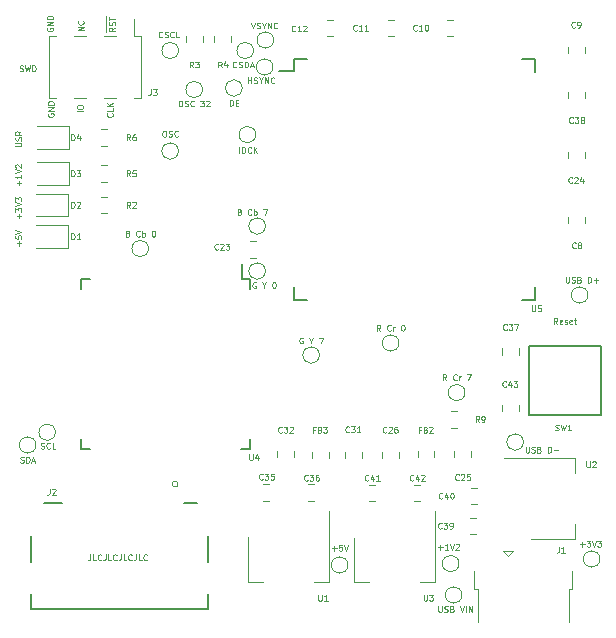
<source format=gbr>
G04 #@! TF.GenerationSoftware,KiCad,Pcbnew,(5.0.1-3-g963ef8bb5)*
G04 #@! TF.CreationDate,2020-04-18T14:55:13-02:30*
G04 #@! TF.ProjectId,graphics-card,67726170686963732D636172642E6B69,rev?*
G04 #@! TF.SameCoordinates,Original*
G04 #@! TF.FileFunction,Legend,Top*
G04 #@! TF.FilePolarity,Positive*
%FSLAX46Y46*%
G04 Gerber Fmt 4.6, Leading zero omitted, Abs format (unit mm)*
G04 Created by KiCad (PCBNEW (5.0.1-3-g963ef8bb5)) date Saturday, April 18, 2020 at 02:55:13 pm*
%MOMM*%
%LPD*%
G01*
G04 APERTURE LIST*
%ADD10C,0.125000*%
%ADD11C,0.100000*%
%ADD12C,0.127000*%
%ADD13C,0.150000*%
%ADD14C,0.120000*%
G04 APERTURE END LIST*
D10*
X117324476Y-156317190D02*
X117324476Y-156674333D01*
X117300666Y-156745761D01*
X117253047Y-156793380D01*
X117181619Y-156817190D01*
X117134000Y-156817190D01*
X117800666Y-156817190D02*
X117562571Y-156817190D01*
X117562571Y-156317190D01*
X118253047Y-156769571D02*
X118229238Y-156793380D01*
X118157809Y-156817190D01*
X118110190Y-156817190D01*
X118038761Y-156793380D01*
X117991142Y-156745761D01*
X117967333Y-156698142D01*
X117943523Y-156602904D01*
X117943523Y-156531476D01*
X117967333Y-156436238D01*
X117991142Y-156388619D01*
X118038761Y-156341000D01*
X118110190Y-156317190D01*
X118157809Y-156317190D01*
X118229238Y-156341000D01*
X118253047Y-156364809D01*
X118610190Y-156317190D02*
X118610190Y-156674333D01*
X118586380Y-156745761D01*
X118538761Y-156793380D01*
X118467333Y-156817190D01*
X118419714Y-156817190D01*
X119086380Y-156817190D02*
X118848285Y-156817190D01*
X118848285Y-156317190D01*
X119538761Y-156769571D02*
X119514952Y-156793380D01*
X119443523Y-156817190D01*
X119395904Y-156817190D01*
X119324476Y-156793380D01*
X119276857Y-156745761D01*
X119253047Y-156698142D01*
X119229238Y-156602904D01*
X119229238Y-156531476D01*
X119253047Y-156436238D01*
X119276857Y-156388619D01*
X119324476Y-156341000D01*
X119395904Y-156317190D01*
X119443523Y-156317190D01*
X119514952Y-156341000D01*
X119538761Y-156364809D01*
X119895904Y-156317190D02*
X119895904Y-156674333D01*
X119872095Y-156745761D01*
X119824476Y-156793380D01*
X119753047Y-156817190D01*
X119705428Y-156817190D01*
X120372095Y-156817190D02*
X120134000Y-156817190D01*
X120134000Y-156317190D01*
X120824476Y-156769571D02*
X120800666Y-156793380D01*
X120729238Y-156817190D01*
X120681619Y-156817190D01*
X120610190Y-156793380D01*
X120562571Y-156745761D01*
X120538761Y-156698142D01*
X120514952Y-156602904D01*
X120514952Y-156531476D01*
X120538761Y-156436238D01*
X120562571Y-156388619D01*
X120610190Y-156341000D01*
X120681619Y-156317190D01*
X120729238Y-156317190D01*
X120800666Y-156341000D01*
X120824476Y-156364809D01*
X121181619Y-156317190D02*
X121181619Y-156674333D01*
X121157809Y-156745761D01*
X121110190Y-156793380D01*
X121038761Y-156817190D01*
X120991142Y-156817190D01*
X121657809Y-156817190D02*
X121419714Y-156817190D01*
X121419714Y-156317190D01*
X122110190Y-156769571D02*
X122086380Y-156793380D01*
X122014952Y-156817190D01*
X121967333Y-156817190D01*
X121895904Y-156793380D01*
X121848285Y-156745761D01*
X121824476Y-156698142D01*
X121800666Y-156602904D01*
X121800666Y-156531476D01*
X121824476Y-156436238D01*
X121848285Y-156388619D01*
X121895904Y-156341000D01*
X121967333Y-156317190D01*
X122014952Y-156317190D01*
X122086380Y-156341000D01*
X122110190Y-156364809D01*
X156860952Y-136814690D02*
X156694285Y-136576595D01*
X156575238Y-136814690D02*
X156575238Y-136314690D01*
X156765714Y-136314690D01*
X156813333Y-136338500D01*
X156837142Y-136362309D01*
X156860952Y-136409928D01*
X156860952Y-136481357D01*
X156837142Y-136528976D01*
X156813333Y-136552785D01*
X156765714Y-136576595D01*
X156575238Y-136576595D01*
X157265714Y-136790880D02*
X157218095Y-136814690D01*
X157122857Y-136814690D01*
X157075238Y-136790880D01*
X157051428Y-136743261D01*
X157051428Y-136552785D01*
X157075238Y-136505166D01*
X157122857Y-136481357D01*
X157218095Y-136481357D01*
X157265714Y-136505166D01*
X157289523Y-136552785D01*
X157289523Y-136600404D01*
X157051428Y-136648023D01*
X157480000Y-136790880D02*
X157527619Y-136814690D01*
X157622857Y-136814690D01*
X157670476Y-136790880D01*
X157694285Y-136743261D01*
X157694285Y-136719452D01*
X157670476Y-136671833D01*
X157622857Y-136648023D01*
X157551428Y-136648023D01*
X157503809Y-136624214D01*
X157480000Y-136576595D01*
X157480000Y-136552785D01*
X157503809Y-136505166D01*
X157551428Y-136481357D01*
X157622857Y-136481357D01*
X157670476Y-136505166D01*
X158099047Y-136790880D02*
X158051428Y-136814690D01*
X157956190Y-136814690D01*
X157908571Y-136790880D01*
X157884761Y-136743261D01*
X157884761Y-136552785D01*
X157908571Y-136505166D01*
X157956190Y-136481357D01*
X158051428Y-136481357D01*
X158099047Y-136505166D01*
X158122857Y-136552785D01*
X158122857Y-136600404D01*
X157884761Y-136648023D01*
X158265714Y-136481357D02*
X158456190Y-136481357D01*
X158337142Y-136314690D02*
X158337142Y-136743261D01*
X158360952Y-136790880D01*
X158408571Y-136814690D01*
X158456190Y-136814690D01*
X111335428Y-115391380D02*
X111406857Y-115415190D01*
X111525904Y-115415190D01*
X111573523Y-115391380D01*
X111597333Y-115367571D01*
X111621142Y-115319952D01*
X111621142Y-115272333D01*
X111597333Y-115224714D01*
X111573523Y-115200904D01*
X111525904Y-115177095D01*
X111430666Y-115153285D01*
X111383047Y-115129476D01*
X111359238Y-115105666D01*
X111335428Y-115058047D01*
X111335428Y-115010428D01*
X111359238Y-114962809D01*
X111383047Y-114939000D01*
X111430666Y-114915190D01*
X111549714Y-114915190D01*
X111621142Y-114939000D01*
X111787809Y-114915190D02*
X111906857Y-115415190D01*
X112002095Y-115058047D01*
X112097333Y-115415190D01*
X112216380Y-114915190D01*
X112406857Y-115415190D02*
X112406857Y-114915190D01*
X112525904Y-114915190D01*
X112597333Y-114939000D01*
X112644952Y-114986619D01*
X112668761Y-115034238D01*
X112692571Y-115129476D01*
X112692571Y-115200904D01*
X112668761Y-115296142D01*
X112644952Y-115343761D01*
X112597333Y-115391380D01*
X112525904Y-115415190D01*
X112406857Y-115415190D01*
X116748690Y-111962357D02*
X116248690Y-111962357D01*
X116748690Y-111676642D01*
X116248690Y-111676642D01*
X116701071Y-111152833D02*
X116724880Y-111176642D01*
X116748690Y-111248071D01*
X116748690Y-111295690D01*
X116724880Y-111367119D01*
X116677261Y-111414738D01*
X116629642Y-111438547D01*
X116534404Y-111462357D01*
X116462976Y-111462357D01*
X116367738Y-111438547D01*
X116320119Y-111414738D01*
X116272500Y-111367119D01*
X116248690Y-111295690D01*
X116248690Y-111248071D01*
X116272500Y-111176642D01*
X116296309Y-111152833D01*
X118667000Y-112121071D02*
X118667000Y-111621071D01*
X119415690Y-111716309D02*
X119177595Y-111882976D01*
X119415690Y-112002023D02*
X118915690Y-112002023D01*
X118915690Y-111811547D01*
X118939500Y-111763928D01*
X118963309Y-111740119D01*
X119010928Y-111716309D01*
X119082357Y-111716309D01*
X119129976Y-111740119D01*
X119153785Y-111763928D01*
X119177595Y-111811547D01*
X119177595Y-112002023D01*
X118667000Y-111621071D02*
X118667000Y-111144880D01*
X119391880Y-111525833D02*
X119415690Y-111454404D01*
X119415690Y-111335357D01*
X119391880Y-111287738D01*
X119368071Y-111263928D01*
X119320452Y-111240119D01*
X119272833Y-111240119D01*
X119225214Y-111263928D01*
X119201404Y-111287738D01*
X119177595Y-111335357D01*
X119153785Y-111430595D01*
X119129976Y-111478214D01*
X119106166Y-111502023D01*
X119058547Y-111525833D01*
X119010928Y-111525833D01*
X118963309Y-111502023D01*
X118939500Y-111478214D01*
X118915690Y-111430595D01*
X118915690Y-111311547D01*
X118939500Y-111240119D01*
X118667000Y-111144880D02*
X118667000Y-110763928D01*
X118915690Y-111097261D02*
X118915690Y-110811547D01*
X119415690Y-110954404D02*
X118915690Y-110954404D01*
X119177571Y-118979119D02*
X119201380Y-119002928D01*
X119225190Y-119074357D01*
X119225190Y-119121976D01*
X119201380Y-119193404D01*
X119153761Y-119241023D01*
X119106142Y-119264833D01*
X119010904Y-119288642D01*
X118939476Y-119288642D01*
X118844238Y-119264833D01*
X118796619Y-119241023D01*
X118749000Y-119193404D01*
X118725190Y-119121976D01*
X118725190Y-119074357D01*
X118749000Y-119002928D01*
X118772809Y-118979119D01*
X119225190Y-118526738D02*
X119225190Y-118764833D01*
X118725190Y-118764833D01*
X119225190Y-118360071D02*
X118725190Y-118360071D01*
X119225190Y-118074357D02*
X118939476Y-118288642D01*
X118725190Y-118074357D02*
X119010904Y-118360071D01*
X116685190Y-118816404D02*
X116185190Y-118816404D01*
X116185190Y-118483071D02*
X116185190Y-118387833D01*
X116209000Y-118340214D01*
X116256619Y-118292595D01*
X116351857Y-118268785D01*
X116518523Y-118268785D01*
X116613761Y-118292595D01*
X116661380Y-118340214D01*
X116685190Y-118387833D01*
X116685190Y-118483071D01*
X116661380Y-118530690D01*
X116613761Y-118578309D01*
X116518523Y-118602119D01*
X116351857Y-118602119D01*
X116256619Y-118578309D01*
X116209000Y-118530690D01*
X116185190Y-118483071D01*
X113732500Y-118998952D02*
X113708690Y-119046571D01*
X113708690Y-119118000D01*
X113732500Y-119189428D01*
X113780119Y-119237047D01*
X113827738Y-119260857D01*
X113922976Y-119284666D01*
X113994404Y-119284666D01*
X114089642Y-119260857D01*
X114137261Y-119237047D01*
X114184880Y-119189428D01*
X114208690Y-119118000D01*
X114208690Y-119070380D01*
X114184880Y-118998952D01*
X114161071Y-118975142D01*
X113994404Y-118975142D01*
X113994404Y-119070380D01*
X114208690Y-118760857D02*
X113708690Y-118760857D01*
X114208690Y-118475142D01*
X113708690Y-118475142D01*
X114208690Y-118237047D02*
X113708690Y-118237047D01*
X113708690Y-118118000D01*
X113732500Y-118046571D01*
X113780119Y-117998952D01*
X113827738Y-117975142D01*
X113922976Y-117951333D01*
X113994404Y-117951333D01*
X114089642Y-117975142D01*
X114137261Y-117998952D01*
X114184880Y-118046571D01*
X114208690Y-118118000D01*
X114208690Y-118237047D01*
X113669000Y-111759952D02*
X113645190Y-111807571D01*
X113645190Y-111879000D01*
X113669000Y-111950428D01*
X113716619Y-111998047D01*
X113764238Y-112021857D01*
X113859476Y-112045666D01*
X113930904Y-112045666D01*
X114026142Y-112021857D01*
X114073761Y-111998047D01*
X114121380Y-111950428D01*
X114145190Y-111879000D01*
X114145190Y-111831380D01*
X114121380Y-111759952D01*
X114097571Y-111736142D01*
X113930904Y-111736142D01*
X113930904Y-111831380D01*
X114145190Y-111521857D02*
X113645190Y-111521857D01*
X114145190Y-111236142D01*
X113645190Y-111236142D01*
X114145190Y-110998047D02*
X113645190Y-110998047D01*
X113645190Y-110879000D01*
X113669000Y-110807571D01*
X113716619Y-110759952D01*
X113764238Y-110736142D01*
X113859476Y-110712333D01*
X113930904Y-110712333D01*
X114026142Y-110736142D01*
X114073761Y-110759952D01*
X114121380Y-110807571D01*
X114145190Y-110879000D01*
X114145190Y-110998047D01*
X110978190Y-121788952D02*
X111382952Y-121788952D01*
X111430571Y-121765142D01*
X111454380Y-121741333D01*
X111478190Y-121693714D01*
X111478190Y-121598476D01*
X111454380Y-121550857D01*
X111430571Y-121527047D01*
X111382952Y-121503238D01*
X110978190Y-121503238D01*
X111454380Y-121288952D02*
X111478190Y-121217523D01*
X111478190Y-121098476D01*
X111454380Y-121050857D01*
X111430571Y-121027047D01*
X111382952Y-121003238D01*
X111335333Y-121003238D01*
X111287714Y-121027047D01*
X111263904Y-121050857D01*
X111240095Y-121098476D01*
X111216285Y-121193714D01*
X111192476Y-121241333D01*
X111168666Y-121265142D01*
X111121047Y-121288952D01*
X111073428Y-121288952D01*
X111025809Y-121265142D01*
X111002000Y-121241333D01*
X110978190Y-121193714D01*
X110978190Y-121074666D01*
X111002000Y-121003238D01*
X111478190Y-120503238D02*
X111240095Y-120669904D01*
X111478190Y-120788952D02*
X110978190Y-120788952D01*
X110978190Y-120598476D01*
X111002000Y-120550857D01*
X111025809Y-120527047D01*
X111073428Y-120503238D01*
X111144857Y-120503238D01*
X111192476Y-120527047D01*
X111216285Y-120550857D01*
X111240095Y-120598476D01*
X111240095Y-120788952D01*
X111287714Y-125086952D02*
X111287714Y-124706000D01*
X111478190Y-124896476D02*
X111097238Y-124896476D01*
X111478190Y-124206000D02*
X111478190Y-124491714D01*
X111478190Y-124348857D02*
X110978190Y-124348857D01*
X111049619Y-124396476D01*
X111097238Y-124444095D01*
X111121047Y-124491714D01*
X110978190Y-124063142D02*
X111478190Y-123896476D01*
X110978190Y-123729809D01*
X111025809Y-123586952D02*
X111002000Y-123563142D01*
X110978190Y-123515523D01*
X110978190Y-123396476D01*
X111002000Y-123348857D01*
X111025809Y-123325047D01*
X111073428Y-123301238D01*
X111121047Y-123301238D01*
X111192476Y-123325047D01*
X111478190Y-123610761D01*
X111478190Y-123301238D01*
X111287714Y-127880952D02*
X111287714Y-127500000D01*
X111478190Y-127690476D02*
X111097238Y-127690476D01*
X110978190Y-127309523D02*
X110978190Y-127000000D01*
X111168666Y-127166666D01*
X111168666Y-127095238D01*
X111192476Y-127047619D01*
X111216285Y-127023809D01*
X111263904Y-127000000D01*
X111382952Y-127000000D01*
X111430571Y-127023809D01*
X111454380Y-127047619D01*
X111478190Y-127095238D01*
X111478190Y-127238095D01*
X111454380Y-127285714D01*
X111430571Y-127309523D01*
X110978190Y-126857142D02*
X111478190Y-126690476D01*
X110978190Y-126523809D01*
X110978190Y-126404761D02*
X110978190Y-126095238D01*
X111168666Y-126261904D01*
X111168666Y-126190476D01*
X111192476Y-126142857D01*
X111216285Y-126119047D01*
X111263904Y-126095238D01*
X111382952Y-126095238D01*
X111430571Y-126119047D01*
X111454380Y-126142857D01*
X111478190Y-126190476D01*
X111478190Y-126333333D01*
X111454380Y-126380952D01*
X111430571Y-126404761D01*
X111287714Y-130182857D02*
X111287714Y-129801904D01*
X111478190Y-129992380D02*
X111097238Y-129992380D01*
X110978190Y-129325714D02*
X110978190Y-129563809D01*
X111216285Y-129587619D01*
X111192476Y-129563809D01*
X111168666Y-129516190D01*
X111168666Y-129397142D01*
X111192476Y-129349523D01*
X111216285Y-129325714D01*
X111263904Y-129301904D01*
X111382952Y-129301904D01*
X111430571Y-129325714D01*
X111454380Y-129349523D01*
X111478190Y-129397142D01*
X111478190Y-129516190D01*
X111454380Y-129563809D01*
X111430571Y-129587619D01*
X110978190Y-129159047D02*
X111478190Y-128992380D01*
X110978190Y-128825714D01*
D11*
G04 #@! TO.C,J2*
X124745000Y-150376000D02*
G75*
G03X124745000Y-150376000I-254000J0D01*
G01*
D12*
X112261000Y-156976000D02*
X112261000Y-154786000D01*
X112261000Y-160916000D02*
X112261000Y-159686000D01*
X127261000Y-160916000D02*
X112261000Y-160916000D01*
X127261000Y-159686000D02*
X127261000Y-160916000D01*
X127261000Y-154786000D02*
X127261000Y-156976000D01*
X125211000Y-152016000D02*
X126311000Y-152016000D01*
X113411000Y-152016000D02*
X114911000Y-152016000D01*
D13*
G04 #@! TO.C,U5*
X134605000Y-114412000D02*
X134605000Y-115387000D01*
X154955000Y-114412000D02*
X154955000Y-115462000D01*
X154955000Y-134762000D02*
X154955000Y-133712000D01*
X134605000Y-134762000D02*
X134605000Y-133712000D01*
X134605000Y-114412000D02*
X135655000Y-114412000D01*
X134605000Y-134762000D02*
X135655000Y-134762000D01*
X154955000Y-134762000D02*
X153905000Y-134762000D01*
X154955000Y-114412000D02*
X153905000Y-114412000D01*
X134605000Y-115387000D02*
X133305000Y-115387000D01*
D14*
G04 #@! TO.C,C8*
X159206000Y-127757422D02*
X159206000Y-128274578D01*
X157786000Y-127757422D02*
X157786000Y-128274578D01*
G04 #@! TO.C,C9*
X159206000Y-113875078D02*
X159206000Y-113357922D01*
X157786000Y-113875078D02*
X157786000Y-113357922D01*
G04 #@! TO.C,C10*
X147520922Y-111050000D02*
X148038078Y-111050000D01*
X147520922Y-112470000D02*
X148038078Y-112470000D01*
G04 #@! TO.C,C11*
X142489422Y-112470000D02*
X143006578Y-112470000D01*
X142489422Y-111050000D02*
X143006578Y-111050000D01*
G04 #@! TO.C,C12*
X137330922Y-111050000D02*
X137848078Y-111050000D01*
X137330922Y-112470000D02*
X137848078Y-112470000D01*
G04 #@! TO.C,C23*
X131322578Y-131202500D02*
X130805422Y-131202500D01*
X131322578Y-129782500D02*
X130805422Y-129782500D01*
G04 #@! TO.C,C24*
X157786000Y-122247922D02*
X157786000Y-122765078D01*
X159206000Y-122247922D02*
X159206000Y-122765078D01*
G04 #@! TO.C,C25*
X149554000Y-148086578D02*
X149554000Y-147569422D01*
X148134000Y-148086578D02*
X148134000Y-147569422D01*
G04 #@! TO.C,C26*
X142038000Y-147617922D02*
X142038000Y-148135078D01*
X143458000Y-147617922D02*
X143458000Y-148135078D01*
G04 #@! TO.C,C31*
X140283000Y-148137378D02*
X140283000Y-147620222D01*
X138863000Y-148137378D02*
X138863000Y-147620222D01*
G04 #@! TO.C,C32*
X134568000Y-147597122D02*
X134568000Y-148114278D01*
X133148000Y-147597122D02*
X133148000Y-148114278D01*
G04 #@! TO.C,C35*
X132417078Y-150356500D02*
X131899922Y-150356500D01*
X132417078Y-151776500D02*
X131899922Y-151776500D01*
G04 #@! TO.C,C36*
X135758422Y-150356500D02*
X136275578Y-150356500D01*
X135758422Y-151776500D02*
X136275578Y-151776500D01*
G04 #@! TO.C,C37*
X153618000Y-138884922D02*
X153618000Y-139402078D01*
X152198000Y-138884922D02*
X152198000Y-139402078D01*
G04 #@! TO.C,C38*
X157786000Y-117655078D02*
X157786000Y-117137922D01*
X159206000Y-117655078D02*
X159206000Y-117137922D01*
G04 #@! TO.C,C39*
X149991578Y-154634000D02*
X149474422Y-154634000D01*
X149991578Y-153214000D02*
X149474422Y-153214000D01*
G04 #@! TO.C,C40*
X150055078Y-150674000D02*
X149537922Y-150674000D01*
X150055078Y-152094000D02*
X149537922Y-152094000D01*
G04 #@! TO.C,C41*
X141434078Y-150420000D02*
X140916922Y-150420000D01*
X141434078Y-151840000D02*
X140916922Y-151840000D01*
G04 #@! TO.C,C42*
X144696922Y-150420000D02*
X145214078Y-150420000D01*
X144696922Y-151840000D02*
X145214078Y-151840000D01*
G04 #@! TO.C,C43*
X152198000Y-144198078D02*
X152198000Y-143680922D01*
X153618000Y-144198078D02*
X153618000Y-143680922D01*
G04 #@! TO.C,D1*
X115428500Y-128453000D02*
X112743500Y-128453000D01*
X115428500Y-130373000D02*
X115428500Y-128453000D01*
X112743500Y-130373000D02*
X115428500Y-130373000D01*
G04 #@! TO.C,D2*
X112743500Y-127706000D02*
X115428500Y-127706000D01*
X115428500Y-127706000D02*
X115428500Y-125786000D01*
X115428500Y-125786000D02*
X112743500Y-125786000D01*
G04 #@! TO.C,D3*
X115492000Y-123119000D02*
X112807000Y-123119000D01*
X115492000Y-125039000D02*
X115492000Y-123119000D01*
X112807000Y-125039000D02*
X115492000Y-125039000D01*
G04 #@! TO.C,D4*
X112792000Y-121991000D02*
X115477000Y-121991000D01*
X115477000Y-121991000D02*
X115477000Y-120071000D01*
X115477000Y-120071000D02*
X112792000Y-120071000D01*
G04 #@! TO.C,FB2*
X145022500Y-147569422D02*
X145022500Y-148086578D01*
X146442500Y-147569422D02*
X146442500Y-148086578D01*
G04 #@! TO.C,FB3*
X136069000Y-147647922D02*
X136069000Y-148165078D01*
X137489000Y-147647922D02*
X137489000Y-148165078D01*
G04 #@! TO.C,R2*
X118183922Y-127456000D02*
X118701078Y-127456000D01*
X118183922Y-126036000D02*
X118701078Y-126036000D01*
G04 #@! TO.C,R3*
X125401000Y-112438922D02*
X125401000Y-112956078D01*
X126821000Y-112438922D02*
X126821000Y-112956078D01*
G04 #@! TO.C,R4*
X129234000Y-112438922D02*
X129234000Y-112956078D01*
X127814000Y-112438922D02*
X127814000Y-112956078D01*
G04 #@! TO.C,R5*
X118181622Y-123369000D02*
X118698778Y-123369000D01*
X118181622Y-124789000D02*
X118698778Y-124789000D01*
G04 #@! TO.C,R6*
X118701078Y-120321000D02*
X118183922Y-120321000D01*
X118701078Y-121741000D02*
X118183922Y-121741000D01*
D13*
G04 #@! TO.C,SW1*
X160528000Y-144526000D02*
X154432000Y-144526000D01*
X160528000Y-138684000D02*
X160528000Y-144526000D01*
X154432000Y-138684000D02*
X160528000Y-138684000D01*
X154432000Y-144526000D02*
X154432000Y-138684000D01*
D14*
G04 #@! TO.C,U1*
X130702000Y-158628000D02*
X131962000Y-158628000D01*
X137522000Y-158628000D02*
X136262000Y-158628000D01*
X130702000Y-154868000D02*
X130702000Y-158628000D01*
X137522000Y-152618000D02*
X137522000Y-158628000D01*
G04 #@! TO.C,U2*
X152364000Y-148164500D02*
X158374000Y-148164500D01*
X154614000Y-154984500D02*
X158374000Y-154984500D01*
X158374000Y-148164500D02*
X158374000Y-149424500D01*
X158374000Y-154984500D02*
X158374000Y-153724500D01*
G04 #@! TO.C,U3*
X139655500Y-158691500D02*
X140915500Y-158691500D01*
X146475500Y-158691500D02*
X145215500Y-158691500D01*
X139655500Y-154931500D02*
X139655500Y-158691500D01*
X146475500Y-152681500D02*
X146475500Y-158691500D01*
G04 #@! TO.C,J1*
X149823000Y-159256500D02*
X149823000Y-157706500D01*
X149823000Y-159256500D02*
X150123000Y-159256500D01*
X150123000Y-162056500D02*
X150123000Y-159256500D01*
X158123000Y-159256500D02*
X158123000Y-157706500D01*
X157823000Y-159256500D02*
X158123000Y-159256500D01*
X157823000Y-162056500D02*
X157823000Y-159256500D01*
X153073000Y-156006500D02*
X152673000Y-156456500D01*
X152273000Y-156006500D02*
X153073000Y-156006500D01*
X152673000Y-156456500D02*
X152273000Y-156006500D01*
G04 #@! TO.C,J3*
X121599000Y-112462000D02*
X121599000Y-117662000D01*
X113859000Y-112462000D02*
X113859000Y-117662000D01*
X121029000Y-111022000D02*
X121029000Y-112462000D01*
X121599000Y-112462000D02*
X121029000Y-112462000D01*
X121599000Y-117662000D02*
X121029000Y-117662000D01*
X114429000Y-112462000D02*
X113859000Y-112462000D01*
X114429000Y-117662000D02*
X113859000Y-117662000D01*
X119509000Y-112462000D02*
X118489000Y-112462000D01*
X119509000Y-117662000D02*
X118489000Y-117662000D01*
X116969000Y-112462000D02*
X115949000Y-112462000D01*
X116969000Y-117662000D02*
X115949000Y-117662000D01*
G04 #@! TO.C,USB VIN*
X148782000Y-159766000D02*
G75*
G03X148782000Y-159766000I-700000J0D01*
G01*
G04 #@! TO.C,USB D+*
X159450000Y-134366000D02*
G75*
G03X159450000Y-134366000I-700000J0D01*
G01*
G04 #@! TO.C,USB D-*
X153989000Y-146812000D02*
G75*
G03X153989000Y-146812000I-700000J0D01*
G01*
G04 #@! TO.C,+5V*
X139130000Y-157226000D02*
G75*
G03X139130000Y-157226000I-700000J0D01*
G01*
G04 #@! TO.C,+3V3*
X160466000Y-156718000D02*
G75*
G03X160466000Y-156718000I-700000J0D01*
G01*
G04 #@! TO.C,R Cr 7*
X149036000Y-142621000D02*
G75*
G03X149036000Y-142621000I-700000J0D01*
G01*
G04 #@! TO.C,+1V2*
X148528000Y-157099000D02*
G75*
G03X148528000Y-157099000I-700000J0D01*
G01*
G04 #@! TO.C,CSCL*
X124779000Y-113665000D02*
G75*
G03X124779000Y-113665000I-700000J0D01*
G01*
G04 #@! TO.C,CSDA*
X131129000Y-113665000D02*
G75*
G03X131129000Y-113665000I-700000J0D01*
G01*
G04 #@! TO.C,R Cr 0*
X143448000Y-138430000D02*
G75*
G03X143448000Y-138430000I-700000J0D01*
G01*
G04 #@! TO.C,G Y 7*
X136717000Y-139446000D02*
G75*
G03X136717000Y-139446000I-700000J0D01*
G01*
G04 #@! TO.C,G Y 0*
X132145000Y-132334000D02*
G75*
G03X132145000Y-132334000I-700000J0D01*
G01*
G04 #@! TO.C,B Cb 7*
X132145000Y-128524000D02*
G75*
G03X132145000Y-128524000I-700000J0D01*
G01*
G04 #@! TO.C,OSC*
X124779000Y-122174000D02*
G75*
G03X124779000Y-122174000I-700000J0D01*
G01*
G04 #@! TO.C,B Cb 0*
X122239000Y-130429000D02*
G75*
G03X122239000Y-130429000I-700000J0D01*
G01*
G04 #@! TO.C,OSC 32*
X126811000Y-116967000D02*
G75*
G03X126811000Y-116967000I-700000J0D01*
G01*
G04 #@! TO.C,SCL*
X114365000Y-145986500D02*
G75*
G03X114365000Y-145986500I-700000J0D01*
G01*
G04 #@! TO.C,SDA*
X112714000Y-147066000D02*
G75*
G03X112714000Y-147066000I-700000J0D01*
G01*
G04 #@! TO.C,DE*
X130176500Y-116840000D02*
G75*
G03X130176500Y-116840000I-700000J0D01*
G01*
G04 #@! TO.C,HSYNC*
X132780000Y-115062000D02*
G75*
G03X132780000Y-115062000I-700000J0D01*
G01*
G04 #@! TO.C,VSYNC*
X132843500Y-112776000D02*
G75*
G03X132843500Y-112776000I-700000J0D01*
G01*
G04 #@! TO.C,IDCK*
X131319500Y-120777000D02*
G75*
G03X131319500Y-120777000I-700000J0D01*
G01*
D13*
G04 #@! TO.C,U4*
X130873000Y-133033000D02*
X130173000Y-133033000D01*
X130873000Y-147383000D02*
X130073000Y-147383000D01*
X116523000Y-147383000D02*
X117323000Y-147383000D01*
X116523000Y-133033000D02*
X117323000Y-133033000D01*
X130873000Y-133033000D02*
X130873000Y-133833000D01*
X116523000Y-133033000D02*
X116523000Y-133833000D01*
X116523000Y-147383000D02*
X116523000Y-146583000D01*
X130873000Y-147383000D02*
X130873000Y-146583000D01*
X130173000Y-133033000D02*
X130173000Y-131758000D01*
D14*
G04 #@! TO.C,R9*
X147871922Y-144197000D02*
X148389078Y-144197000D01*
X147871922Y-145617000D02*
X148389078Y-145617000D01*
G04 #@! TO.C,J2*
D10*
X113879333Y-150754590D02*
X113879333Y-151111733D01*
X113855523Y-151183161D01*
X113807904Y-151230780D01*
X113736476Y-151254590D01*
X113688857Y-151254590D01*
X114093619Y-150802209D02*
X114117428Y-150778400D01*
X114165047Y-150754590D01*
X114284095Y-150754590D01*
X114331714Y-150778400D01*
X114355523Y-150802209D01*
X114379333Y-150849828D01*
X114379333Y-150897447D01*
X114355523Y-150968876D01*
X114069809Y-151254590D01*
X114379333Y-151254590D01*
G04 #@! TO.C,U5*
X154686047Y-135235190D02*
X154686047Y-135639952D01*
X154709857Y-135687571D01*
X154733666Y-135711380D01*
X154781285Y-135735190D01*
X154876523Y-135735190D01*
X154924142Y-135711380D01*
X154947952Y-135687571D01*
X154971761Y-135639952D01*
X154971761Y-135235190D01*
X155447952Y-135235190D02*
X155209857Y-135235190D01*
X155186047Y-135473285D01*
X155209857Y-135449476D01*
X155257476Y-135425666D01*
X155376523Y-135425666D01*
X155424142Y-135449476D01*
X155447952Y-135473285D01*
X155471761Y-135520904D01*
X155471761Y-135639952D01*
X155447952Y-135687571D01*
X155424142Y-135711380D01*
X155376523Y-135735190D01*
X155257476Y-135735190D01*
X155209857Y-135711380D01*
X155186047Y-135687571D01*
G04 #@! TO.C,C8*
X158412666Y-130353571D02*
X158388857Y-130377380D01*
X158317428Y-130401190D01*
X158269809Y-130401190D01*
X158198380Y-130377380D01*
X158150761Y-130329761D01*
X158126952Y-130282142D01*
X158103142Y-130186904D01*
X158103142Y-130115476D01*
X158126952Y-130020238D01*
X158150761Y-129972619D01*
X158198380Y-129925000D01*
X158269809Y-129901190D01*
X158317428Y-129901190D01*
X158388857Y-129925000D01*
X158412666Y-129948809D01*
X158698380Y-130115476D02*
X158650761Y-130091666D01*
X158626952Y-130067857D01*
X158603142Y-130020238D01*
X158603142Y-129996428D01*
X158626952Y-129948809D01*
X158650761Y-129925000D01*
X158698380Y-129901190D01*
X158793619Y-129901190D01*
X158841238Y-129925000D01*
X158865047Y-129948809D01*
X158888857Y-129996428D01*
X158888857Y-130020238D01*
X158865047Y-130067857D01*
X158841238Y-130091666D01*
X158793619Y-130115476D01*
X158698380Y-130115476D01*
X158650761Y-130139285D01*
X158626952Y-130163095D01*
X158603142Y-130210714D01*
X158603142Y-130305952D01*
X158626952Y-130353571D01*
X158650761Y-130377380D01*
X158698380Y-130401190D01*
X158793619Y-130401190D01*
X158841238Y-130377380D01*
X158865047Y-130353571D01*
X158888857Y-130305952D01*
X158888857Y-130210714D01*
X158865047Y-130163095D01*
X158841238Y-130139285D01*
X158793619Y-130115476D01*
G04 #@! TO.C,C9*
X158349166Y-111684571D02*
X158325357Y-111708380D01*
X158253928Y-111732190D01*
X158206309Y-111732190D01*
X158134880Y-111708380D01*
X158087261Y-111660761D01*
X158063452Y-111613142D01*
X158039642Y-111517904D01*
X158039642Y-111446476D01*
X158063452Y-111351238D01*
X158087261Y-111303619D01*
X158134880Y-111256000D01*
X158206309Y-111232190D01*
X158253928Y-111232190D01*
X158325357Y-111256000D01*
X158349166Y-111279809D01*
X158587261Y-111732190D02*
X158682500Y-111732190D01*
X158730119Y-111708380D01*
X158753928Y-111684571D01*
X158801547Y-111613142D01*
X158825357Y-111517904D01*
X158825357Y-111327428D01*
X158801547Y-111279809D01*
X158777738Y-111256000D01*
X158730119Y-111232190D01*
X158634880Y-111232190D01*
X158587261Y-111256000D01*
X158563452Y-111279809D01*
X158539642Y-111327428D01*
X158539642Y-111446476D01*
X158563452Y-111494095D01*
X158587261Y-111517904D01*
X158634880Y-111541714D01*
X158730119Y-111541714D01*
X158777738Y-111517904D01*
X158801547Y-111494095D01*
X158825357Y-111446476D01*
G04 #@! TO.C,C10*
X144966571Y-111938571D02*
X144942761Y-111962380D01*
X144871333Y-111986190D01*
X144823714Y-111986190D01*
X144752285Y-111962380D01*
X144704666Y-111914761D01*
X144680857Y-111867142D01*
X144657047Y-111771904D01*
X144657047Y-111700476D01*
X144680857Y-111605238D01*
X144704666Y-111557619D01*
X144752285Y-111510000D01*
X144823714Y-111486190D01*
X144871333Y-111486190D01*
X144942761Y-111510000D01*
X144966571Y-111533809D01*
X145442761Y-111986190D02*
X145157047Y-111986190D01*
X145299904Y-111986190D02*
X145299904Y-111486190D01*
X145252285Y-111557619D01*
X145204666Y-111605238D01*
X145157047Y-111629047D01*
X145752285Y-111486190D02*
X145799904Y-111486190D01*
X145847523Y-111510000D01*
X145871333Y-111533809D01*
X145895142Y-111581428D01*
X145918952Y-111676666D01*
X145918952Y-111795714D01*
X145895142Y-111890952D01*
X145871333Y-111938571D01*
X145847523Y-111962380D01*
X145799904Y-111986190D01*
X145752285Y-111986190D01*
X145704666Y-111962380D01*
X145680857Y-111938571D01*
X145657047Y-111890952D01*
X145633238Y-111795714D01*
X145633238Y-111676666D01*
X145657047Y-111581428D01*
X145680857Y-111533809D01*
X145704666Y-111510000D01*
X145752285Y-111486190D01*
G04 #@! TO.C,C11*
X139886571Y-111938571D02*
X139862761Y-111962380D01*
X139791333Y-111986190D01*
X139743714Y-111986190D01*
X139672285Y-111962380D01*
X139624666Y-111914761D01*
X139600857Y-111867142D01*
X139577047Y-111771904D01*
X139577047Y-111700476D01*
X139600857Y-111605238D01*
X139624666Y-111557619D01*
X139672285Y-111510000D01*
X139743714Y-111486190D01*
X139791333Y-111486190D01*
X139862761Y-111510000D01*
X139886571Y-111533809D01*
X140362761Y-111986190D02*
X140077047Y-111986190D01*
X140219904Y-111986190D02*
X140219904Y-111486190D01*
X140172285Y-111557619D01*
X140124666Y-111605238D01*
X140077047Y-111629047D01*
X140838952Y-111986190D02*
X140553238Y-111986190D01*
X140696095Y-111986190D02*
X140696095Y-111486190D01*
X140648476Y-111557619D01*
X140600857Y-111605238D01*
X140553238Y-111629047D01*
G04 #@! TO.C,C12*
X134679571Y-112002071D02*
X134655761Y-112025880D01*
X134584333Y-112049690D01*
X134536714Y-112049690D01*
X134465285Y-112025880D01*
X134417666Y-111978261D01*
X134393857Y-111930642D01*
X134370047Y-111835404D01*
X134370047Y-111763976D01*
X134393857Y-111668738D01*
X134417666Y-111621119D01*
X134465285Y-111573500D01*
X134536714Y-111549690D01*
X134584333Y-111549690D01*
X134655761Y-111573500D01*
X134679571Y-111597309D01*
X135155761Y-112049690D02*
X134870047Y-112049690D01*
X135012904Y-112049690D02*
X135012904Y-111549690D01*
X134965285Y-111621119D01*
X134917666Y-111668738D01*
X134870047Y-111692547D01*
X135346238Y-111597309D02*
X135370047Y-111573500D01*
X135417666Y-111549690D01*
X135536714Y-111549690D01*
X135584333Y-111573500D01*
X135608142Y-111597309D01*
X135631952Y-111644928D01*
X135631952Y-111692547D01*
X135608142Y-111763976D01*
X135322428Y-112049690D01*
X135631952Y-112049690D01*
G04 #@! TO.C,C23*
X128139071Y-130480571D02*
X128115261Y-130504380D01*
X128043833Y-130528190D01*
X127996214Y-130528190D01*
X127924785Y-130504380D01*
X127877166Y-130456761D01*
X127853357Y-130409142D01*
X127829547Y-130313904D01*
X127829547Y-130242476D01*
X127853357Y-130147238D01*
X127877166Y-130099619D01*
X127924785Y-130052000D01*
X127996214Y-130028190D01*
X128043833Y-130028190D01*
X128115261Y-130052000D01*
X128139071Y-130075809D01*
X128329547Y-130075809D02*
X128353357Y-130052000D01*
X128400976Y-130028190D01*
X128520023Y-130028190D01*
X128567642Y-130052000D01*
X128591452Y-130075809D01*
X128615261Y-130123428D01*
X128615261Y-130171047D01*
X128591452Y-130242476D01*
X128305738Y-130528190D01*
X128615261Y-130528190D01*
X128781928Y-130028190D02*
X129091452Y-130028190D01*
X128924785Y-130218666D01*
X128996214Y-130218666D01*
X129043833Y-130242476D01*
X129067642Y-130266285D01*
X129091452Y-130313904D01*
X129091452Y-130432952D01*
X129067642Y-130480571D01*
X129043833Y-130504380D01*
X128996214Y-130528190D01*
X128853357Y-130528190D01*
X128805738Y-130504380D01*
X128781928Y-130480571D01*
G04 #@! TO.C,C24*
X158111071Y-124829071D02*
X158087261Y-124852880D01*
X158015833Y-124876690D01*
X157968214Y-124876690D01*
X157896785Y-124852880D01*
X157849166Y-124805261D01*
X157825357Y-124757642D01*
X157801547Y-124662404D01*
X157801547Y-124590976D01*
X157825357Y-124495738D01*
X157849166Y-124448119D01*
X157896785Y-124400500D01*
X157968214Y-124376690D01*
X158015833Y-124376690D01*
X158087261Y-124400500D01*
X158111071Y-124424309D01*
X158301547Y-124424309D02*
X158325357Y-124400500D01*
X158372976Y-124376690D01*
X158492023Y-124376690D01*
X158539642Y-124400500D01*
X158563452Y-124424309D01*
X158587261Y-124471928D01*
X158587261Y-124519547D01*
X158563452Y-124590976D01*
X158277738Y-124876690D01*
X158587261Y-124876690D01*
X159015833Y-124543357D02*
X159015833Y-124876690D01*
X158896785Y-124352880D02*
X158777738Y-124710023D01*
X159087261Y-124710023D01*
G04 #@! TO.C,C25*
X148522571Y-149987771D02*
X148498761Y-150011580D01*
X148427333Y-150035390D01*
X148379714Y-150035390D01*
X148308285Y-150011580D01*
X148260666Y-149963961D01*
X148236857Y-149916342D01*
X148213047Y-149821104D01*
X148213047Y-149749676D01*
X148236857Y-149654438D01*
X148260666Y-149606819D01*
X148308285Y-149559200D01*
X148379714Y-149535390D01*
X148427333Y-149535390D01*
X148498761Y-149559200D01*
X148522571Y-149583009D01*
X148713047Y-149583009D02*
X148736857Y-149559200D01*
X148784476Y-149535390D01*
X148903523Y-149535390D01*
X148951142Y-149559200D01*
X148974952Y-149583009D01*
X148998761Y-149630628D01*
X148998761Y-149678247D01*
X148974952Y-149749676D01*
X148689238Y-150035390D01*
X148998761Y-150035390D01*
X149451142Y-149535390D02*
X149213047Y-149535390D01*
X149189238Y-149773485D01*
X149213047Y-149749676D01*
X149260666Y-149725866D01*
X149379714Y-149725866D01*
X149427333Y-149749676D01*
X149451142Y-149773485D01*
X149474952Y-149821104D01*
X149474952Y-149940152D01*
X149451142Y-149987771D01*
X149427333Y-150011580D01*
X149379714Y-150035390D01*
X149260666Y-150035390D01*
X149213047Y-150011580D01*
X149189238Y-149987771D01*
G04 #@! TO.C,C26*
X142375771Y-145974571D02*
X142351961Y-145998380D01*
X142280533Y-146022190D01*
X142232914Y-146022190D01*
X142161485Y-145998380D01*
X142113866Y-145950761D01*
X142090057Y-145903142D01*
X142066247Y-145807904D01*
X142066247Y-145736476D01*
X142090057Y-145641238D01*
X142113866Y-145593619D01*
X142161485Y-145546000D01*
X142232914Y-145522190D01*
X142280533Y-145522190D01*
X142351961Y-145546000D01*
X142375771Y-145569809D01*
X142566247Y-145569809D02*
X142590057Y-145546000D01*
X142637676Y-145522190D01*
X142756723Y-145522190D01*
X142804342Y-145546000D01*
X142828152Y-145569809D01*
X142851961Y-145617428D01*
X142851961Y-145665047D01*
X142828152Y-145736476D01*
X142542438Y-146022190D01*
X142851961Y-146022190D01*
X143280533Y-145522190D02*
X143185295Y-145522190D01*
X143137676Y-145546000D01*
X143113866Y-145569809D01*
X143066247Y-145641238D01*
X143042438Y-145736476D01*
X143042438Y-145926952D01*
X143066247Y-145974571D01*
X143090057Y-145998380D01*
X143137676Y-146022190D01*
X143232914Y-146022190D01*
X143280533Y-145998380D01*
X143304342Y-145974571D01*
X143328152Y-145926952D01*
X143328152Y-145807904D01*
X143304342Y-145760285D01*
X143280533Y-145736476D01*
X143232914Y-145712666D01*
X143137676Y-145712666D01*
X143090057Y-145736476D01*
X143066247Y-145760285D01*
X143042438Y-145807904D01*
G04 #@! TO.C,C31*
X139226171Y-145949171D02*
X139202361Y-145972980D01*
X139130933Y-145996790D01*
X139083314Y-145996790D01*
X139011885Y-145972980D01*
X138964266Y-145925361D01*
X138940457Y-145877742D01*
X138916647Y-145782504D01*
X138916647Y-145711076D01*
X138940457Y-145615838D01*
X138964266Y-145568219D01*
X139011885Y-145520600D01*
X139083314Y-145496790D01*
X139130933Y-145496790D01*
X139202361Y-145520600D01*
X139226171Y-145544409D01*
X139392838Y-145496790D02*
X139702361Y-145496790D01*
X139535695Y-145687266D01*
X139607123Y-145687266D01*
X139654742Y-145711076D01*
X139678552Y-145734885D01*
X139702361Y-145782504D01*
X139702361Y-145901552D01*
X139678552Y-145949171D01*
X139654742Y-145972980D01*
X139607123Y-145996790D01*
X139464266Y-145996790D01*
X139416647Y-145972980D01*
X139392838Y-145949171D01*
X140178552Y-145996790D02*
X139892838Y-145996790D01*
X140035695Y-145996790D02*
X140035695Y-145496790D01*
X139988076Y-145568219D01*
X139940457Y-145615838D01*
X139892838Y-145639647D01*
G04 #@! TO.C,C32*
X133536571Y-145979171D02*
X133512761Y-146002980D01*
X133441333Y-146026790D01*
X133393714Y-146026790D01*
X133322285Y-146002980D01*
X133274666Y-145955361D01*
X133250857Y-145907742D01*
X133227047Y-145812504D01*
X133227047Y-145741076D01*
X133250857Y-145645838D01*
X133274666Y-145598219D01*
X133322285Y-145550600D01*
X133393714Y-145526790D01*
X133441333Y-145526790D01*
X133512761Y-145550600D01*
X133536571Y-145574409D01*
X133703238Y-145526790D02*
X134012761Y-145526790D01*
X133846095Y-145717266D01*
X133917523Y-145717266D01*
X133965142Y-145741076D01*
X133988952Y-145764885D01*
X134012761Y-145812504D01*
X134012761Y-145931552D01*
X133988952Y-145979171D01*
X133965142Y-146002980D01*
X133917523Y-146026790D01*
X133774666Y-146026790D01*
X133727047Y-146002980D01*
X133703238Y-145979171D01*
X134203238Y-145574409D02*
X134227047Y-145550600D01*
X134274666Y-145526790D01*
X134393714Y-145526790D01*
X134441333Y-145550600D01*
X134465142Y-145574409D01*
X134488952Y-145622028D01*
X134488952Y-145669647D01*
X134465142Y-145741076D01*
X134179428Y-146026790D01*
X134488952Y-146026790D01*
G04 #@! TO.C,C35*
X131910971Y-149936971D02*
X131887161Y-149960780D01*
X131815733Y-149984590D01*
X131768114Y-149984590D01*
X131696685Y-149960780D01*
X131649066Y-149913161D01*
X131625257Y-149865542D01*
X131601447Y-149770304D01*
X131601447Y-149698876D01*
X131625257Y-149603638D01*
X131649066Y-149556019D01*
X131696685Y-149508400D01*
X131768114Y-149484590D01*
X131815733Y-149484590D01*
X131887161Y-149508400D01*
X131910971Y-149532209D01*
X132077638Y-149484590D02*
X132387161Y-149484590D01*
X132220495Y-149675066D01*
X132291923Y-149675066D01*
X132339542Y-149698876D01*
X132363352Y-149722685D01*
X132387161Y-149770304D01*
X132387161Y-149889352D01*
X132363352Y-149936971D01*
X132339542Y-149960780D01*
X132291923Y-149984590D01*
X132149066Y-149984590D01*
X132101447Y-149960780D01*
X132077638Y-149936971D01*
X132839542Y-149484590D02*
X132601447Y-149484590D01*
X132577638Y-149722685D01*
X132601447Y-149698876D01*
X132649066Y-149675066D01*
X132768114Y-149675066D01*
X132815733Y-149698876D01*
X132839542Y-149722685D01*
X132863352Y-149770304D01*
X132863352Y-149889352D01*
X132839542Y-149936971D01*
X132815733Y-149960780D01*
X132768114Y-149984590D01*
X132649066Y-149984590D01*
X132601447Y-149960780D01*
X132577638Y-149936971D01*
G04 #@! TO.C,C36*
X135720971Y-150038571D02*
X135697161Y-150062380D01*
X135625733Y-150086190D01*
X135578114Y-150086190D01*
X135506685Y-150062380D01*
X135459066Y-150014761D01*
X135435257Y-149967142D01*
X135411447Y-149871904D01*
X135411447Y-149800476D01*
X135435257Y-149705238D01*
X135459066Y-149657619D01*
X135506685Y-149610000D01*
X135578114Y-149586190D01*
X135625733Y-149586190D01*
X135697161Y-149610000D01*
X135720971Y-149633809D01*
X135887638Y-149586190D02*
X136197161Y-149586190D01*
X136030495Y-149776666D01*
X136101923Y-149776666D01*
X136149542Y-149800476D01*
X136173352Y-149824285D01*
X136197161Y-149871904D01*
X136197161Y-149990952D01*
X136173352Y-150038571D01*
X136149542Y-150062380D01*
X136101923Y-150086190D01*
X135959066Y-150086190D01*
X135911447Y-150062380D01*
X135887638Y-150038571D01*
X136625733Y-149586190D02*
X136530495Y-149586190D01*
X136482876Y-149610000D01*
X136459066Y-149633809D01*
X136411447Y-149705238D01*
X136387638Y-149800476D01*
X136387638Y-149990952D01*
X136411447Y-150038571D01*
X136435257Y-150062380D01*
X136482876Y-150086190D01*
X136578114Y-150086190D01*
X136625733Y-150062380D01*
X136649542Y-150038571D01*
X136673352Y-149990952D01*
X136673352Y-149871904D01*
X136649542Y-149824285D01*
X136625733Y-149800476D01*
X136578114Y-149776666D01*
X136482876Y-149776666D01*
X136435257Y-149800476D01*
X136411447Y-149824285D01*
X136387638Y-149871904D01*
G04 #@! TO.C,C37*
X152586571Y-137275071D02*
X152562761Y-137298880D01*
X152491333Y-137322690D01*
X152443714Y-137322690D01*
X152372285Y-137298880D01*
X152324666Y-137251261D01*
X152300857Y-137203642D01*
X152277047Y-137108404D01*
X152277047Y-137036976D01*
X152300857Y-136941738D01*
X152324666Y-136894119D01*
X152372285Y-136846500D01*
X152443714Y-136822690D01*
X152491333Y-136822690D01*
X152562761Y-136846500D01*
X152586571Y-136870309D01*
X152753238Y-136822690D02*
X153062761Y-136822690D01*
X152896095Y-137013166D01*
X152967523Y-137013166D01*
X153015142Y-137036976D01*
X153038952Y-137060785D01*
X153062761Y-137108404D01*
X153062761Y-137227452D01*
X153038952Y-137275071D01*
X153015142Y-137298880D01*
X152967523Y-137322690D01*
X152824666Y-137322690D01*
X152777047Y-137298880D01*
X152753238Y-137275071D01*
X153229428Y-136822690D02*
X153562761Y-136822690D01*
X153348476Y-137322690D01*
G04 #@! TO.C,C38*
X158174571Y-119749071D02*
X158150761Y-119772880D01*
X158079333Y-119796690D01*
X158031714Y-119796690D01*
X157960285Y-119772880D01*
X157912666Y-119725261D01*
X157888857Y-119677642D01*
X157865047Y-119582404D01*
X157865047Y-119510976D01*
X157888857Y-119415738D01*
X157912666Y-119368119D01*
X157960285Y-119320500D01*
X158031714Y-119296690D01*
X158079333Y-119296690D01*
X158150761Y-119320500D01*
X158174571Y-119344309D01*
X158341238Y-119296690D02*
X158650761Y-119296690D01*
X158484095Y-119487166D01*
X158555523Y-119487166D01*
X158603142Y-119510976D01*
X158626952Y-119534785D01*
X158650761Y-119582404D01*
X158650761Y-119701452D01*
X158626952Y-119749071D01*
X158603142Y-119772880D01*
X158555523Y-119796690D01*
X158412666Y-119796690D01*
X158365047Y-119772880D01*
X158341238Y-119749071D01*
X158936476Y-119510976D02*
X158888857Y-119487166D01*
X158865047Y-119463357D01*
X158841238Y-119415738D01*
X158841238Y-119391928D01*
X158865047Y-119344309D01*
X158888857Y-119320500D01*
X158936476Y-119296690D01*
X159031714Y-119296690D01*
X159079333Y-119320500D01*
X159103142Y-119344309D01*
X159126952Y-119391928D01*
X159126952Y-119415738D01*
X159103142Y-119463357D01*
X159079333Y-119487166D01*
X159031714Y-119510976D01*
X158936476Y-119510976D01*
X158888857Y-119534785D01*
X158865047Y-119558595D01*
X158841238Y-119606214D01*
X158841238Y-119701452D01*
X158865047Y-119749071D01*
X158888857Y-119772880D01*
X158936476Y-119796690D01*
X159031714Y-119796690D01*
X159079333Y-119772880D01*
X159103142Y-119749071D01*
X159126952Y-119701452D01*
X159126952Y-119606214D01*
X159103142Y-119558595D01*
X159079333Y-119534785D01*
X159031714Y-119510976D01*
G04 #@! TO.C,C39*
X147062071Y-154102571D02*
X147038261Y-154126380D01*
X146966833Y-154150190D01*
X146919214Y-154150190D01*
X146847785Y-154126380D01*
X146800166Y-154078761D01*
X146776357Y-154031142D01*
X146752547Y-153935904D01*
X146752547Y-153864476D01*
X146776357Y-153769238D01*
X146800166Y-153721619D01*
X146847785Y-153674000D01*
X146919214Y-153650190D01*
X146966833Y-153650190D01*
X147038261Y-153674000D01*
X147062071Y-153697809D01*
X147228738Y-153650190D02*
X147538261Y-153650190D01*
X147371595Y-153840666D01*
X147443023Y-153840666D01*
X147490642Y-153864476D01*
X147514452Y-153888285D01*
X147538261Y-153935904D01*
X147538261Y-154054952D01*
X147514452Y-154102571D01*
X147490642Y-154126380D01*
X147443023Y-154150190D01*
X147300166Y-154150190D01*
X147252547Y-154126380D01*
X147228738Y-154102571D01*
X147776357Y-154150190D02*
X147871595Y-154150190D01*
X147919214Y-154126380D01*
X147943023Y-154102571D01*
X147990642Y-154031142D01*
X148014452Y-153935904D01*
X148014452Y-153745428D01*
X147990642Y-153697809D01*
X147966833Y-153674000D01*
X147919214Y-153650190D01*
X147823976Y-153650190D01*
X147776357Y-153674000D01*
X147752547Y-153697809D01*
X147728738Y-153745428D01*
X147728738Y-153864476D01*
X147752547Y-153912095D01*
X147776357Y-153935904D01*
X147823976Y-153959714D01*
X147919214Y-153959714D01*
X147966833Y-153935904D01*
X147990642Y-153912095D01*
X148014452Y-153864476D01*
G04 #@! TO.C,C40*
X147125571Y-151562571D02*
X147101761Y-151586380D01*
X147030333Y-151610190D01*
X146982714Y-151610190D01*
X146911285Y-151586380D01*
X146863666Y-151538761D01*
X146839857Y-151491142D01*
X146816047Y-151395904D01*
X146816047Y-151324476D01*
X146839857Y-151229238D01*
X146863666Y-151181619D01*
X146911285Y-151134000D01*
X146982714Y-151110190D01*
X147030333Y-151110190D01*
X147101761Y-151134000D01*
X147125571Y-151157809D01*
X147554142Y-151276857D02*
X147554142Y-151610190D01*
X147435095Y-151086380D02*
X147316047Y-151443523D01*
X147625571Y-151443523D01*
X147911285Y-151110190D02*
X147958904Y-151110190D01*
X148006523Y-151134000D01*
X148030333Y-151157809D01*
X148054142Y-151205428D01*
X148077952Y-151300666D01*
X148077952Y-151419714D01*
X148054142Y-151514952D01*
X148030333Y-151562571D01*
X148006523Y-151586380D01*
X147958904Y-151610190D01*
X147911285Y-151610190D01*
X147863666Y-151586380D01*
X147839857Y-151562571D01*
X147816047Y-151514952D01*
X147792238Y-151419714D01*
X147792238Y-151300666D01*
X147816047Y-151205428D01*
X147839857Y-151157809D01*
X147863666Y-151134000D01*
X147911285Y-151110190D01*
G04 #@! TO.C,C41*
X140851771Y-150038571D02*
X140827961Y-150062380D01*
X140756533Y-150086190D01*
X140708914Y-150086190D01*
X140637485Y-150062380D01*
X140589866Y-150014761D01*
X140566057Y-149967142D01*
X140542247Y-149871904D01*
X140542247Y-149800476D01*
X140566057Y-149705238D01*
X140589866Y-149657619D01*
X140637485Y-149610000D01*
X140708914Y-149586190D01*
X140756533Y-149586190D01*
X140827961Y-149610000D01*
X140851771Y-149633809D01*
X141280342Y-149752857D02*
X141280342Y-150086190D01*
X141161295Y-149562380D02*
X141042247Y-149919523D01*
X141351771Y-149919523D01*
X141804152Y-150086190D02*
X141518438Y-150086190D01*
X141661295Y-150086190D02*
X141661295Y-149586190D01*
X141613676Y-149657619D01*
X141566057Y-149705238D01*
X141518438Y-149729047D01*
G04 #@! TO.C,C42*
X144661771Y-150038571D02*
X144637961Y-150062380D01*
X144566533Y-150086190D01*
X144518914Y-150086190D01*
X144447485Y-150062380D01*
X144399866Y-150014761D01*
X144376057Y-149967142D01*
X144352247Y-149871904D01*
X144352247Y-149800476D01*
X144376057Y-149705238D01*
X144399866Y-149657619D01*
X144447485Y-149610000D01*
X144518914Y-149586190D01*
X144566533Y-149586190D01*
X144637961Y-149610000D01*
X144661771Y-149633809D01*
X145090342Y-149752857D02*
X145090342Y-150086190D01*
X144971295Y-149562380D02*
X144852247Y-149919523D01*
X145161771Y-149919523D01*
X145328438Y-149633809D02*
X145352247Y-149610000D01*
X145399866Y-149586190D01*
X145518914Y-149586190D01*
X145566533Y-149610000D01*
X145590342Y-149633809D01*
X145614152Y-149681428D01*
X145614152Y-149729047D01*
X145590342Y-149800476D01*
X145304628Y-150086190D01*
X145614152Y-150086190D01*
G04 #@! TO.C,C43*
X152523071Y-142101071D02*
X152499261Y-142124880D01*
X152427833Y-142148690D01*
X152380214Y-142148690D01*
X152308785Y-142124880D01*
X152261166Y-142077261D01*
X152237357Y-142029642D01*
X152213547Y-141934404D01*
X152213547Y-141862976D01*
X152237357Y-141767738D01*
X152261166Y-141720119D01*
X152308785Y-141672500D01*
X152380214Y-141648690D01*
X152427833Y-141648690D01*
X152499261Y-141672500D01*
X152523071Y-141696309D01*
X152951642Y-141815357D02*
X152951642Y-142148690D01*
X152832595Y-141624880D02*
X152713547Y-141982023D01*
X153023071Y-141982023D01*
X153165928Y-141648690D02*
X153475452Y-141648690D01*
X153308785Y-141839166D01*
X153380214Y-141839166D01*
X153427833Y-141862976D01*
X153451642Y-141886785D01*
X153475452Y-141934404D01*
X153475452Y-142053452D01*
X153451642Y-142101071D01*
X153427833Y-142124880D01*
X153380214Y-142148690D01*
X153237357Y-142148690D01*
X153189738Y-142124880D01*
X153165928Y-142101071D01*
G04 #@! TO.C,D1*
X115708952Y-129639190D02*
X115708952Y-129139190D01*
X115828000Y-129139190D01*
X115899428Y-129163000D01*
X115947047Y-129210619D01*
X115970857Y-129258238D01*
X115994666Y-129353476D01*
X115994666Y-129424904D01*
X115970857Y-129520142D01*
X115947047Y-129567761D01*
X115899428Y-129615380D01*
X115828000Y-129639190D01*
X115708952Y-129639190D01*
X116470857Y-129639190D02*
X116185142Y-129639190D01*
X116328000Y-129639190D02*
X116328000Y-129139190D01*
X116280380Y-129210619D01*
X116232761Y-129258238D01*
X116185142Y-129282047D01*
G04 #@! TO.C,D2*
X115708952Y-126972190D02*
X115708952Y-126472190D01*
X115828000Y-126472190D01*
X115899428Y-126496000D01*
X115947047Y-126543619D01*
X115970857Y-126591238D01*
X115994666Y-126686476D01*
X115994666Y-126757904D01*
X115970857Y-126853142D01*
X115947047Y-126900761D01*
X115899428Y-126948380D01*
X115828000Y-126972190D01*
X115708952Y-126972190D01*
X116185142Y-126519809D02*
X116208952Y-126496000D01*
X116256571Y-126472190D01*
X116375619Y-126472190D01*
X116423238Y-126496000D01*
X116447047Y-126519809D01*
X116470857Y-126567428D01*
X116470857Y-126615047D01*
X116447047Y-126686476D01*
X116161333Y-126972190D01*
X116470857Y-126972190D01*
G04 #@! TO.C,D3*
X115708952Y-124305190D02*
X115708952Y-123805190D01*
X115828000Y-123805190D01*
X115899428Y-123829000D01*
X115947047Y-123876619D01*
X115970857Y-123924238D01*
X115994666Y-124019476D01*
X115994666Y-124090904D01*
X115970857Y-124186142D01*
X115947047Y-124233761D01*
X115899428Y-124281380D01*
X115828000Y-124305190D01*
X115708952Y-124305190D01*
X116161333Y-123805190D02*
X116470857Y-123805190D01*
X116304190Y-123995666D01*
X116375619Y-123995666D01*
X116423238Y-124019476D01*
X116447047Y-124043285D01*
X116470857Y-124090904D01*
X116470857Y-124209952D01*
X116447047Y-124257571D01*
X116423238Y-124281380D01*
X116375619Y-124305190D01*
X116232761Y-124305190D01*
X116185142Y-124281380D01*
X116161333Y-124257571D01*
G04 #@! TO.C,D4*
X115708952Y-121257190D02*
X115708952Y-120757190D01*
X115828000Y-120757190D01*
X115899428Y-120781000D01*
X115947047Y-120828619D01*
X115970857Y-120876238D01*
X115994666Y-120971476D01*
X115994666Y-121042904D01*
X115970857Y-121138142D01*
X115947047Y-121185761D01*
X115899428Y-121233380D01*
X115828000Y-121257190D01*
X115708952Y-121257190D01*
X116423238Y-120923857D02*
X116423238Y-121257190D01*
X116304190Y-120733380D02*
X116185142Y-121090523D01*
X116494666Y-121090523D01*
G04 #@! TO.C,FB2*
X145277733Y-145760285D02*
X145111066Y-145760285D01*
X145111066Y-146022190D02*
X145111066Y-145522190D01*
X145349161Y-145522190D01*
X145706304Y-145760285D02*
X145777733Y-145784095D01*
X145801542Y-145807904D01*
X145825352Y-145855523D01*
X145825352Y-145926952D01*
X145801542Y-145974571D01*
X145777733Y-145998380D01*
X145730114Y-146022190D01*
X145539638Y-146022190D01*
X145539638Y-145522190D01*
X145706304Y-145522190D01*
X145753923Y-145546000D01*
X145777733Y-145569809D01*
X145801542Y-145617428D01*
X145801542Y-145665047D01*
X145777733Y-145712666D01*
X145753923Y-145736476D01*
X145706304Y-145760285D01*
X145539638Y-145760285D01*
X146015828Y-145569809D02*
X146039638Y-145546000D01*
X146087257Y-145522190D01*
X146206304Y-145522190D01*
X146253923Y-145546000D01*
X146277733Y-145569809D01*
X146301542Y-145617428D01*
X146301542Y-145665047D01*
X146277733Y-145736476D01*
X145992019Y-146022190D01*
X146301542Y-146022190D01*
G04 #@! TO.C,FB3*
X136336933Y-145764885D02*
X136170266Y-145764885D01*
X136170266Y-146026790D02*
X136170266Y-145526790D01*
X136408361Y-145526790D01*
X136765504Y-145764885D02*
X136836933Y-145788695D01*
X136860742Y-145812504D01*
X136884552Y-145860123D01*
X136884552Y-145931552D01*
X136860742Y-145979171D01*
X136836933Y-146002980D01*
X136789314Y-146026790D01*
X136598838Y-146026790D01*
X136598838Y-145526790D01*
X136765504Y-145526790D01*
X136813123Y-145550600D01*
X136836933Y-145574409D01*
X136860742Y-145622028D01*
X136860742Y-145669647D01*
X136836933Y-145717266D01*
X136813123Y-145741076D01*
X136765504Y-145764885D01*
X136598838Y-145764885D01*
X137051219Y-145526790D02*
X137360742Y-145526790D01*
X137194076Y-145717266D01*
X137265504Y-145717266D01*
X137313123Y-145741076D01*
X137336933Y-145764885D01*
X137360742Y-145812504D01*
X137360742Y-145931552D01*
X137336933Y-145979171D01*
X137313123Y-146002980D01*
X137265504Y-146026790D01*
X137122647Y-146026790D01*
X137075028Y-146002980D01*
X137051219Y-145979171D01*
G04 #@! TO.C,R2*
X120693666Y-126972190D02*
X120527000Y-126734095D01*
X120407952Y-126972190D02*
X120407952Y-126472190D01*
X120598428Y-126472190D01*
X120646047Y-126496000D01*
X120669857Y-126519809D01*
X120693666Y-126567428D01*
X120693666Y-126638857D01*
X120669857Y-126686476D01*
X120646047Y-126710285D01*
X120598428Y-126734095D01*
X120407952Y-126734095D01*
X120884142Y-126519809D02*
X120907952Y-126496000D01*
X120955571Y-126472190D01*
X121074619Y-126472190D01*
X121122238Y-126496000D01*
X121146047Y-126519809D01*
X121169857Y-126567428D01*
X121169857Y-126615047D01*
X121146047Y-126686476D01*
X120860333Y-126972190D01*
X121169857Y-126972190D01*
G04 #@! TO.C,R3*
X126027666Y-115097690D02*
X125861000Y-114859595D01*
X125741952Y-115097690D02*
X125741952Y-114597690D01*
X125932428Y-114597690D01*
X125980047Y-114621500D01*
X126003857Y-114645309D01*
X126027666Y-114692928D01*
X126027666Y-114764357D01*
X126003857Y-114811976D01*
X125980047Y-114835785D01*
X125932428Y-114859595D01*
X125741952Y-114859595D01*
X126194333Y-114597690D02*
X126503857Y-114597690D01*
X126337190Y-114788166D01*
X126408619Y-114788166D01*
X126456238Y-114811976D01*
X126480047Y-114835785D01*
X126503857Y-114883404D01*
X126503857Y-115002452D01*
X126480047Y-115050071D01*
X126456238Y-115073880D01*
X126408619Y-115097690D01*
X126265761Y-115097690D01*
X126218142Y-115073880D01*
X126194333Y-115050071D01*
G04 #@! TO.C,R4*
X128440666Y-115097690D02*
X128274000Y-114859595D01*
X128154952Y-115097690D02*
X128154952Y-114597690D01*
X128345428Y-114597690D01*
X128393047Y-114621500D01*
X128416857Y-114645309D01*
X128440666Y-114692928D01*
X128440666Y-114764357D01*
X128416857Y-114811976D01*
X128393047Y-114835785D01*
X128345428Y-114859595D01*
X128154952Y-114859595D01*
X128869238Y-114764357D02*
X128869238Y-115097690D01*
X128750190Y-114573880D02*
X128631142Y-114931023D01*
X128940666Y-114931023D01*
G04 #@! TO.C,R5*
X120693666Y-124305190D02*
X120527000Y-124067095D01*
X120407952Y-124305190D02*
X120407952Y-123805190D01*
X120598428Y-123805190D01*
X120646047Y-123829000D01*
X120669857Y-123852809D01*
X120693666Y-123900428D01*
X120693666Y-123971857D01*
X120669857Y-124019476D01*
X120646047Y-124043285D01*
X120598428Y-124067095D01*
X120407952Y-124067095D01*
X121146047Y-123805190D02*
X120907952Y-123805190D01*
X120884142Y-124043285D01*
X120907952Y-124019476D01*
X120955571Y-123995666D01*
X121074619Y-123995666D01*
X121122238Y-124019476D01*
X121146047Y-124043285D01*
X121169857Y-124090904D01*
X121169857Y-124209952D01*
X121146047Y-124257571D01*
X121122238Y-124281380D01*
X121074619Y-124305190D01*
X120955571Y-124305190D01*
X120907952Y-124281380D01*
X120884142Y-124257571D01*
G04 #@! TO.C,R6*
X120693666Y-121257190D02*
X120527000Y-121019095D01*
X120407952Y-121257190D02*
X120407952Y-120757190D01*
X120598428Y-120757190D01*
X120646047Y-120781000D01*
X120669857Y-120804809D01*
X120693666Y-120852428D01*
X120693666Y-120923857D01*
X120669857Y-120971476D01*
X120646047Y-120995285D01*
X120598428Y-121019095D01*
X120407952Y-121019095D01*
X121122238Y-120757190D02*
X121027000Y-120757190D01*
X120979380Y-120781000D01*
X120955571Y-120804809D01*
X120907952Y-120876238D01*
X120884142Y-120971476D01*
X120884142Y-121161952D01*
X120907952Y-121209571D01*
X120931761Y-121233380D01*
X120979380Y-121257190D01*
X121074619Y-121257190D01*
X121122238Y-121233380D01*
X121146047Y-121209571D01*
X121169857Y-121161952D01*
X121169857Y-121042904D01*
X121146047Y-120995285D01*
X121122238Y-120971476D01*
X121074619Y-120947666D01*
X120979380Y-120947666D01*
X120931761Y-120971476D01*
X120907952Y-120995285D01*
X120884142Y-121042904D01*
G04 #@! TO.C,SW1*
X156686333Y-145807880D02*
X156757761Y-145831690D01*
X156876809Y-145831690D01*
X156924428Y-145807880D01*
X156948238Y-145784071D01*
X156972047Y-145736452D01*
X156972047Y-145688833D01*
X156948238Y-145641214D01*
X156924428Y-145617404D01*
X156876809Y-145593595D01*
X156781571Y-145569785D01*
X156733952Y-145545976D01*
X156710142Y-145522166D01*
X156686333Y-145474547D01*
X156686333Y-145426928D01*
X156710142Y-145379309D01*
X156733952Y-145355500D01*
X156781571Y-145331690D01*
X156900619Y-145331690D01*
X156972047Y-145355500D01*
X157138714Y-145331690D02*
X157257761Y-145831690D01*
X157353000Y-145474547D01*
X157448238Y-145831690D01*
X157567285Y-145331690D01*
X158019666Y-145831690D02*
X157733952Y-145831690D01*
X157876809Y-145831690D02*
X157876809Y-145331690D01*
X157829190Y-145403119D01*
X157781571Y-145450738D01*
X157733952Y-145474547D01*
G04 #@! TO.C,U1*
X136626647Y-159746190D02*
X136626647Y-160150952D01*
X136650457Y-160198571D01*
X136674266Y-160222380D01*
X136721885Y-160246190D01*
X136817123Y-160246190D01*
X136864742Y-160222380D01*
X136888552Y-160198571D01*
X136912361Y-160150952D01*
X136912361Y-159746190D01*
X137412361Y-160246190D02*
X137126647Y-160246190D01*
X137269504Y-160246190D02*
X137269504Y-159746190D01*
X137221885Y-159817619D01*
X137174266Y-159865238D01*
X137126647Y-159889047D01*
G04 #@! TO.C,U2*
X159321547Y-148443190D02*
X159321547Y-148847952D01*
X159345357Y-148895571D01*
X159369166Y-148919380D01*
X159416785Y-148943190D01*
X159512023Y-148943190D01*
X159559642Y-148919380D01*
X159583452Y-148895571D01*
X159607261Y-148847952D01*
X159607261Y-148443190D01*
X159821547Y-148490809D02*
X159845357Y-148467000D01*
X159892976Y-148443190D01*
X160012023Y-148443190D01*
X160059642Y-148467000D01*
X160083452Y-148490809D01*
X160107261Y-148538428D01*
X160107261Y-148586047D01*
X160083452Y-148657476D01*
X159797738Y-148943190D01*
X160107261Y-148943190D01*
G04 #@! TO.C,U3*
X145542047Y-159746190D02*
X145542047Y-160150952D01*
X145565857Y-160198571D01*
X145589666Y-160222380D01*
X145637285Y-160246190D01*
X145732523Y-160246190D01*
X145780142Y-160222380D01*
X145803952Y-160198571D01*
X145827761Y-160150952D01*
X145827761Y-159746190D01*
X146018238Y-159746190D02*
X146327761Y-159746190D01*
X146161095Y-159936666D01*
X146232523Y-159936666D01*
X146280142Y-159960476D01*
X146303952Y-159984285D01*
X146327761Y-160031904D01*
X146327761Y-160150952D01*
X146303952Y-160198571D01*
X146280142Y-160222380D01*
X146232523Y-160246190D01*
X146089666Y-160246190D01*
X146042047Y-160222380D01*
X146018238Y-160198571D01*
G04 #@! TO.C,J1*
X156995833Y-155682190D02*
X156995833Y-156039333D01*
X156972023Y-156110761D01*
X156924404Y-156158380D01*
X156852976Y-156182190D01*
X156805357Y-156182190D01*
X157495833Y-156182190D02*
X157210119Y-156182190D01*
X157352976Y-156182190D02*
X157352976Y-155682190D01*
X157305357Y-155753619D01*
X157257738Y-155801238D01*
X157210119Y-155825047D01*
G04 #@! TO.C,J3*
X122432333Y-116947190D02*
X122432333Y-117304333D01*
X122408523Y-117375761D01*
X122360904Y-117423380D01*
X122289476Y-117447190D01*
X122241857Y-117447190D01*
X122622809Y-116947190D02*
X122932333Y-116947190D01*
X122765666Y-117137666D01*
X122837095Y-117137666D01*
X122884714Y-117161476D01*
X122908523Y-117185285D01*
X122932333Y-117232904D01*
X122932333Y-117351952D01*
X122908523Y-117399571D01*
X122884714Y-117423380D01*
X122837095Y-117447190D01*
X122694238Y-117447190D01*
X122646619Y-117423380D01*
X122622809Y-117399571D01*
G04 #@! TO.C,USB VIN*
X146792333Y-160698690D02*
X146792333Y-161103452D01*
X146816142Y-161151071D01*
X146839952Y-161174880D01*
X146887571Y-161198690D01*
X146982809Y-161198690D01*
X147030428Y-161174880D01*
X147054238Y-161151071D01*
X147078047Y-161103452D01*
X147078047Y-160698690D01*
X147292333Y-161174880D02*
X147363761Y-161198690D01*
X147482809Y-161198690D01*
X147530428Y-161174880D01*
X147554238Y-161151071D01*
X147578047Y-161103452D01*
X147578047Y-161055833D01*
X147554238Y-161008214D01*
X147530428Y-160984404D01*
X147482809Y-160960595D01*
X147387571Y-160936785D01*
X147339952Y-160912976D01*
X147316142Y-160889166D01*
X147292333Y-160841547D01*
X147292333Y-160793928D01*
X147316142Y-160746309D01*
X147339952Y-160722500D01*
X147387571Y-160698690D01*
X147506619Y-160698690D01*
X147578047Y-160722500D01*
X147959000Y-160936785D02*
X148030428Y-160960595D01*
X148054238Y-160984404D01*
X148078047Y-161032023D01*
X148078047Y-161103452D01*
X148054238Y-161151071D01*
X148030428Y-161174880D01*
X147982809Y-161198690D01*
X147792333Y-161198690D01*
X147792333Y-160698690D01*
X147959000Y-160698690D01*
X148006619Y-160722500D01*
X148030428Y-160746309D01*
X148054238Y-160793928D01*
X148054238Y-160841547D01*
X148030428Y-160889166D01*
X148006619Y-160912976D01*
X147959000Y-160936785D01*
X147792333Y-160936785D01*
X148601857Y-160698690D02*
X148768523Y-161198690D01*
X148935190Y-160698690D01*
X149101857Y-161198690D02*
X149101857Y-160698690D01*
X149339952Y-161198690D02*
X149339952Y-160698690D01*
X149625666Y-161198690D01*
X149625666Y-160698690D01*
G04 #@! TO.C,USB D+*
X157559547Y-132822190D02*
X157559547Y-133226952D01*
X157583357Y-133274571D01*
X157607166Y-133298380D01*
X157654785Y-133322190D01*
X157750023Y-133322190D01*
X157797642Y-133298380D01*
X157821452Y-133274571D01*
X157845261Y-133226952D01*
X157845261Y-132822190D01*
X158059547Y-133298380D02*
X158130976Y-133322190D01*
X158250023Y-133322190D01*
X158297642Y-133298380D01*
X158321452Y-133274571D01*
X158345261Y-133226952D01*
X158345261Y-133179333D01*
X158321452Y-133131714D01*
X158297642Y-133107904D01*
X158250023Y-133084095D01*
X158154785Y-133060285D01*
X158107166Y-133036476D01*
X158083357Y-133012666D01*
X158059547Y-132965047D01*
X158059547Y-132917428D01*
X158083357Y-132869809D01*
X158107166Y-132846000D01*
X158154785Y-132822190D01*
X158273833Y-132822190D01*
X158345261Y-132846000D01*
X158726214Y-133060285D02*
X158797642Y-133084095D01*
X158821452Y-133107904D01*
X158845261Y-133155523D01*
X158845261Y-133226952D01*
X158821452Y-133274571D01*
X158797642Y-133298380D01*
X158750023Y-133322190D01*
X158559547Y-133322190D01*
X158559547Y-132822190D01*
X158726214Y-132822190D01*
X158773833Y-132846000D01*
X158797642Y-132869809D01*
X158821452Y-132917428D01*
X158821452Y-132965047D01*
X158797642Y-133012666D01*
X158773833Y-133036476D01*
X158726214Y-133060285D01*
X158559547Y-133060285D01*
X159440500Y-133322190D02*
X159440500Y-132822190D01*
X159559547Y-132822190D01*
X159630976Y-132846000D01*
X159678595Y-132893619D01*
X159702404Y-132941238D01*
X159726214Y-133036476D01*
X159726214Y-133107904D01*
X159702404Y-133203142D01*
X159678595Y-133250761D01*
X159630976Y-133298380D01*
X159559547Y-133322190D01*
X159440500Y-133322190D01*
X159940500Y-133131714D02*
X160321452Y-133131714D01*
X160130976Y-133322190D02*
X160130976Y-132941238D01*
G04 #@! TO.C,USB D-*
X154168647Y-147198590D02*
X154168647Y-147603352D01*
X154192457Y-147650971D01*
X154216266Y-147674780D01*
X154263885Y-147698590D01*
X154359123Y-147698590D01*
X154406742Y-147674780D01*
X154430552Y-147650971D01*
X154454361Y-147603352D01*
X154454361Y-147198590D01*
X154668647Y-147674780D02*
X154740076Y-147698590D01*
X154859123Y-147698590D01*
X154906742Y-147674780D01*
X154930552Y-147650971D01*
X154954361Y-147603352D01*
X154954361Y-147555733D01*
X154930552Y-147508114D01*
X154906742Y-147484304D01*
X154859123Y-147460495D01*
X154763885Y-147436685D01*
X154716266Y-147412876D01*
X154692457Y-147389066D01*
X154668647Y-147341447D01*
X154668647Y-147293828D01*
X154692457Y-147246209D01*
X154716266Y-147222400D01*
X154763885Y-147198590D01*
X154882933Y-147198590D01*
X154954361Y-147222400D01*
X155335314Y-147436685D02*
X155406742Y-147460495D01*
X155430552Y-147484304D01*
X155454361Y-147531923D01*
X155454361Y-147603352D01*
X155430552Y-147650971D01*
X155406742Y-147674780D01*
X155359123Y-147698590D01*
X155168647Y-147698590D01*
X155168647Y-147198590D01*
X155335314Y-147198590D01*
X155382933Y-147222400D01*
X155406742Y-147246209D01*
X155430552Y-147293828D01*
X155430552Y-147341447D01*
X155406742Y-147389066D01*
X155382933Y-147412876D01*
X155335314Y-147436685D01*
X155168647Y-147436685D01*
X156049600Y-147698590D02*
X156049600Y-147198590D01*
X156168647Y-147198590D01*
X156240076Y-147222400D01*
X156287695Y-147270019D01*
X156311504Y-147317638D01*
X156335314Y-147412876D01*
X156335314Y-147484304D01*
X156311504Y-147579542D01*
X156287695Y-147627161D01*
X156240076Y-147674780D01*
X156168647Y-147698590D01*
X156049600Y-147698590D01*
X156549600Y-147508114D02*
X156930552Y-147508114D01*
G04 #@! TO.C,+5V*
X137787142Y-155813714D02*
X138168095Y-155813714D01*
X137977619Y-156004190D02*
X137977619Y-155623238D01*
X138644285Y-155504190D02*
X138406190Y-155504190D01*
X138382380Y-155742285D01*
X138406190Y-155718476D01*
X138453809Y-155694666D01*
X138572857Y-155694666D01*
X138620476Y-155718476D01*
X138644285Y-155742285D01*
X138668095Y-155789904D01*
X138668095Y-155908952D01*
X138644285Y-155956571D01*
X138620476Y-155980380D01*
X138572857Y-156004190D01*
X138453809Y-156004190D01*
X138406190Y-155980380D01*
X138382380Y-155956571D01*
X138810952Y-155504190D02*
X138977619Y-156004190D01*
X139144285Y-155504190D01*
G04 #@! TO.C,+3V3*
X158783447Y-155483714D02*
X159164400Y-155483714D01*
X158973923Y-155674190D02*
X158973923Y-155293238D01*
X159354876Y-155174190D02*
X159664400Y-155174190D01*
X159497733Y-155364666D01*
X159569161Y-155364666D01*
X159616780Y-155388476D01*
X159640590Y-155412285D01*
X159664400Y-155459904D01*
X159664400Y-155578952D01*
X159640590Y-155626571D01*
X159616780Y-155650380D01*
X159569161Y-155674190D01*
X159426304Y-155674190D01*
X159378685Y-155650380D01*
X159354876Y-155626571D01*
X159807257Y-155174190D02*
X159973923Y-155674190D01*
X160140590Y-155174190D01*
X160259638Y-155174190D02*
X160569161Y-155174190D01*
X160402495Y-155364666D01*
X160473923Y-155364666D01*
X160521542Y-155388476D01*
X160545352Y-155412285D01*
X160569161Y-155459904D01*
X160569161Y-155578952D01*
X160545352Y-155626571D01*
X160521542Y-155650380D01*
X160473923Y-155674190D01*
X160331066Y-155674190D01*
X160283447Y-155650380D01*
X160259638Y-155626571D01*
G04 #@! TO.C,R Cr 7*
X147466952Y-141577190D02*
X147300285Y-141339095D01*
X147181238Y-141577190D02*
X147181238Y-141077190D01*
X147371714Y-141077190D01*
X147419333Y-141101000D01*
X147443142Y-141124809D01*
X147466952Y-141172428D01*
X147466952Y-141243857D01*
X147443142Y-141291476D01*
X147419333Y-141315285D01*
X147371714Y-141339095D01*
X147181238Y-141339095D01*
X148347904Y-141529571D02*
X148324095Y-141553380D01*
X148252666Y-141577190D01*
X148205047Y-141577190D01*
X148133619Y-141553380D01*
X148086000Y-141505761D01*
X148062190Y-141458142D01*
X148038380Y-141362904D01*
X148038380Y-141291476D01*
X148062190Y-141196238D01*
X148086000Y-141148619D01*
X148133619Y-141101000D01*
X148205047Y-141077190D01*
X148252666Y-141077190D01*
X148324095Y-141101000D01*
X148347904Y-141124809D01*
X148562190Y-141577190D02*
X148562190Y-141243857D01*
X148562190Y-141339095D02*
X148586000Y-141291476D01*
X148609809Y-141267666D01*
X148657428Y-141243857D01*
X148705047Y-141243857D01*
X149205047Y-141077190D02*
X149538380Y-141077190D01*
X149324095Y-141577190D01*
G04 #@! TO.C,+1V2*
X146756547Y-155737714D02*
X147137500Y-155737714D01*
X146947023Y-155928190D02*
X146947023Y-155547238D01*
X147637500Y-155928190D02*
X147351785Y-155928190D01*
X147494642Y-155928190D02*
X147494642Y-155428190D01*
X147447023Y-155499619D01*
X147399404Y-155547238D01*
X147351785Y-155571047D01*
X147780357Y-155428190D02*
X147947023Y-155928190D01*
X148113690Y-155428190D01*
X148256547Y-155475809D02*
X148280357Y-155452000D01*
X148327976Y-155428190D01*
X148447023Y-155428190D01*
X148494642Y-155452000D01*
X148518452Y-155475809D01*
X148542261Y-155523428D01*
X148542261Y-155571047D01*
X148518452Y-155642476D01*
X148232738Y-155928190D01*
X148542261Y-155928190D01*
G04 #@! TO.C,CSCL*
X123416285Y-112510071D02*
X123392476Y-112533880D01*
X123321047Y-112557690D01*
X123273428Y-112557690D01*
X123202000Y-112533880D01*
X123154380Y-112486261D01*
X123130571Y-112438642D01*
X123106761Y-112343404D01*
X123106761Y-112271976D01*
X123130571Y-112176738D01*
X123154380Y-112129119D01*
X123202000Y-112081500D01*
X123273428Y-112057690D01*
X123321047Y-112057690D01*
X123392476Y-112081500D01*
X123416285Y-112105309D01*
X123606761Y-112533880D02*
X123678190Y-112557690D01*
X123797238Y-112557690D01*
X123844857Y-112533880D01*
X123868666Y-112510071D01*
X123892476Y-112462452D01*
X123892476Y-112414833D01*
X123868666Y-112367214D01*
X123844857Y-112343404D01*
X123797238Y-112319595D01*
X123702000Y-112295785D01*
X123654380Y-112271976D01*
X123630571Y-112248166D01*
X123606761Y-112200547D01*
X123606761Y-112152928D01*
X123630571Y-112105309D01*
X123654380Y-112081500D01*
X123702000Y-112057690D01*
X123821047Y-112057690D01*
X123892476Y-112081500D01*
X124392476Y-112510071D02*
X124368666Y-112533880D01*
X124297238Y-112557690D01*
X124249619Y-112557690D01*
X124178190Y-112533880D01*
X124130571Y-112486261D01*
X124106761Y-112438642D01*
X124082952Y-112343404D01*
X124082952Y-112271976D01*
X124106761Y-112176738D01*
X124130571Y-112129119D01*
X124178190Y-112081500D01*
X124249619Y-112057690D01*
X124297238Y-112057690D01*
X124368666Y-112081500D01*
X124392476Y-112105309D01*
X124844857Y-112557690D02*
X124606761Y-112557690D01*
X124606761Y-112057690D01*
G04 #@! TO.C,CSDA*
X129690880Y-115050071D02*
X129667071Y-115073880D01*
X129595642Y-115097690D01*
X129548023Y-115097690D01*
X129476595Y-115073880D01*
X129428976Y-115026261D01*
X129405166Y-114978642D01*
X129381357Y-114883404D01*
X129381357Y-114811976D01*
X129405166Y-114716738D01*
X129428976Y-114669119D01*
X129476595Y-114621500D01*
X129548023Y-114597690D01*
X129595642Y-114597690D01*
X129667071Y-114621500D01*
X129690880Y-114645309D01*
X129881357Y-115073880D02*
X129952785Y-115097690D01*
X130071833Y-115097690D01*
X130119452Y-115073880D01*
X130143261Y-115050071D01*
X130167071Y-115002452D01*
X130167071Y-114954833D01*
X130143261Y-114907214D01*
X130119452Y-114883404D01*
X130071833Y-114859595D01*
X129976595Y-114835785D01*
X129928976Y-114811976D01*
X129905166Y-114788166D01*
X129881357Y-114740547D01*
X129881357Y-114692928D01*
X129905166Y-114645309D01*
X129928976Y-114621500D01*
X129976595Y-114597690D01*
X130095642Y-114597690D01*
X130167071Y-114621500D01*
X130381357Y-115097690D02*
X130381357Y-114597690D01*
X130500404Y-114597690D01*
X130571833Y-114621500D01*
X130619452Y-114669119D01*
X130643261Y-114716738D01*
X130667071Y-114811976D01*
X130667071Y-114883404D01*
X130643261Y-114978642D01*
X130619452Y-115026261D01*
X130571833Y-115073880D01*
X130500404Y-115097690D01*
X130381357Y-115097690D01*
X130857547Y-114954833D02*
X131095642Y-114954833D01*
X130809928Y-115097690D02*
X130976595Y-114597690D01*
X131143261Y-115097690D01*
G04 #@! TO.C,R Cr 0*
X141878952Y-137386190D02*
X141712285Y-137148095D01*
X141593238Y-137386190D02*
X141593238Y-136886190D01*
X141783714Y-136886190D01*
X141831333Y-136910000D01*
X141855142Y-136933809D01*
X141878952Y-136981428D01*
X141878952Y-137052857D01*
X141855142Y-137100476D01*
X141831333Y-137124285D01*
X141783714Y-137148095D01*
X141593238Y-137148095D01*
X142759904Y-137338571D02*
X142736095Y-137362380D01*
X142664666Y-137386190D01*
X142617047Y-137386190D01*
X142545619Y-137362380D01*
X142498000Y-137314761D01*
X142474190Y-137267142D01*
X142450380Y-137171904D01*
X142450380Y-137100476D01*
X142474190Y-137005238D01*
X142498000Y-136957619D01*
X142545619Y-136910000D01*
X142617047Y-136886190D01*
X142664666Y-136886190D01*
X142736095Y-136910000D01*
X142759904Y-136933809D01*
X142974190Y-137386190D02*
X142974190Y-137052857D01*
X142974190Y-137148095D02*
X142998000Y-137100476D01*
X143021809Y-137076666D01*
X143069428Y-137052857D01*
X143117047Y-137052857D01*
X143759904Y-136886190D02*
X143807523Y-136886190D01*
X143855142Y-136910000D01*
X143878952Y-136933809D01*
X143902761Y-136981428D01*
X143926571Y-137076666D01*
X143926571Y-137195714D01*
X143902761Y-137290952D01*
X143878952Y-137338571D01*
X143855142Y-137362380D01*
X143807523Y-137386190D01*
X143759904Y-137386190D01*
X143712285Y-137362380D01*
X143688476Y-137338571D01*
X143664666Y-137290952D01*
X143640857Y-137195714D01*
X143640857Y-137076666D01*
X143664666Y-136981428D01*
X143688476Y-136933809D01*
X143712285Y-136910000D01*
X143759904Y-136886190D01*
G04 #@! TO.C,G Y 7*
X135314619Y-137989500D02*
X135267000Y-137965690D01*
X135195571Y-137965690D01*
X135124142Y-137989500D01*
X135076523Y-138037119D01*
X135052714Y-138084738D01*
X135028904Y-138179976D01*
X135028904Y-138251404D01*
X135052714Y-138346642D01*
X135076523Y-138394261D01*
X135124142Y-138441880D01*
X135195571Y-138465690D01*
X135243190Y-138465690D01*
X135314619Y-138441880D01*
X135338428Y-138418071D01*
X135338428Y-138251404D01*
X135243190Y-138251404D01*
X136028904Y-138227595D02*
X136028904Y-138465690D01*
X135862238Y-137965690D02*
X136028904Y-138227595D01*
X136195571Y-137965690D01*
X136695571Y-137965690D02*
X137028904Y-137965690D01*
X136814619Y-138465690D01*
G04 #@! TO.C,G Y 0*
X131326819Y-133303200D02*
X131279200Y-133279390D01*
X131207771Y-133279390D01*
X131136342Y-133303200D01*
X131088723Y-133350819D01*
X131064914Y-133398438D01*
X131041104Y-133493676D01*
X131041104Y-133565104D01*
X131064914Y-133660342D01*
X131088723Y-133707961D01*
X131136342Y-133755580D01*
X131207771Y-133779390D01*
X131255390Y-133779390D01*
X131326819Y-133755580D01*
X131350628Y-133731771D01*
X131350628Y-133565104D01*
X131255390Y-133565104D01*
X132041104Y-133541295D02*
X132041104Y-133779390D01*
X131874438Y-133279390D02*
X132041104Y-133541295D01*
X132207771Y-133279390D01*
X132850628Y-133279390D02*
X132898247Y-133279390D01*
X132945866Y-133303200D01*
X132969676Y-133327009D01*
X132993485Y-133374628D01*
X133017295Y-133469866D01*
X133017295Y-133588914D01*
X132993485Y-133684152D01*
X132969676Y-133731771D01*
X132945866Y-133755580D01*
X132898247Y-133779390D01*
X132850628Y-133779390D01*
X132803009Y-133755580D01*
X132779200Y-133731771D01*
X132755390Y-133684152D01*
X132731580Y-133588914D01*
X132731580Y-133469866D01*
X132755390Y-133374628D01*
X132779200Y-133327009D01*
X132803009Y-133303200D01*
X132850628Y-133279390D01*
G04 #@! TO.C,B Cb 7*
X129953676Y-127319885D02*
X130025104Y-127343695D01*
X130048914Y-127367504D01*
X130072723Y-127415123D01*
X130072723Y-127486552D01*
X130048914Y-127534171D01*
X130025104Y-127557980D01*
X129977485Y-127581790D01*
X129787009Y-127581790D01*
X129787009Y-127081790D01*
X129953676Y-127081790D01*
X130001295Y-127105600D01*
X130025104Y-127129409D01*
X130048914Y-127177028D01*
X130048914Y-127224647D01*
X130025104Y-127272266D01*
X130001295Y-127296076D01*
X129953676Y-127319885D01*
X129787009Y-127319885D01*
X130953676Y-127534171D02*
X130929866Y-127557980D01*
X130858438Y-127581790D01*
X130810819Y-127581790D01*
X130739390Y-127557980D01*
X130691771Y-127510361D01*
X130667961Y-127462742D01*
X130644152Y-127367504D01*
X130644152Y-127296076D01*
X130667961Y-127200838D01*
X130691771Y-127153219D01*
X130739390Y-127105600D01*
X130810819Y-127081790D01*
X130858438Y-127081790D01*
X130929866Y-127105600D01*
X130953676Y-127129409D01*
X131167961Y-127581790D02*
X131167961Y-127081790D01*
X131167961Y-127272266D02*
X131215580Y-127248457D01*
X131310819Y-127248457D01*
X131358438Y-127272266D01*
X131382247Y-127296076D01*
X131406057Y-127343695D01*
X131406057Y-127486552D01*
X131382247Y-127534171D01*
X131358438Y-127557980D01*
X131310819Y-127581790D01*
X131215580Y-127581790D01*
X131167961Y-127557980D01*
X131953676Y-127081790D02*
X132287009Y-127081790D01*
X132072723Y-127581790D01*
G04 #@! TO.C,OSC*
X123543285Y-120452190D02*
X123638523Y-120452190D01*
X123686142Y-120476000D01*
X123733761Y-120523619D01*
X123757571Y-120618857D01*
X123757571Y-120785523D01*
X123733761Y-120880761D01*
X123686142Y-120928380D01*
X123638523Y-120952190D01*
X123543285Y-120952190D01*
X123495666Y-120928380D01*
X123448047Y-120880761D01*
X123424238Y-120785523D01*
X123424238Y-120618857D01*
X123448047Y-120523619D01*
X123495666Y-120476000D01*
X123543285Y-120452190D01*
X123948047Y-120928380D02*
X124019476Y-120952190D01*
X124138523Y-120952190D01*
X124186142Y-120928380D01*
X124209952Y-120904571D01*
X124233761Y-120856952D01*
X124233761Y-120809333D01*
X124209952Y-120761714D01*
X124186142Y-120737904D01*
X124138523Y-120714095D01*
X124043285Y-120690285D01*
X123995666Y-120666476D01*
X123971857Y-120642666D01*
X123948047Y-120595047D01*
X123948047Y-120547428D01*
X123971857Y-120499809D01*
X123995666Y-120476000D01*
X124043285Y-120452190D01*
X124162333Y-120452190D01*
X124233761Y-120476000D01*
X124733761Y-120904571D02*
X124709952Y-120928380D01*
X124638523Y-120952190D01*
X124590904Y-120952190D01*
X124519476Y-120928380D01*
X124471857Y-120880761D01*
X124448047Y-120833142D01*
X124424238Y-120737904D01*
X124424238Y-120666476D01*
X124448047Y-120571238D01*
X124471857Y-120523619D01*
X124519476Y-120476000D01*
X124590904Y-120452190D01*
X124638523Y-120452190D01*
X124709952Y-120476000D01*
X124733761Y-120499809D01*
G04 #@! TO.C,B Cb 0*
X120504876Y-129148685D02*
X120576304Y-129172495D01*
X120600114Y-129196304D01*
X120623923Y-129243923D01*
X120623923Y-129315352D01*
X120600114Y-129362971D01*
X120576304Y-129386780D01*
X120528685Y-129410590D01*
X120338209Y-129410590D01*
X120338209Y-128910590D01*
X120504876Y-128910590D01*
X120552495Y-128934400D01*
X120576304Y-128958209D01*
X120600114Y-129005828D01*
X120600114Y-129053447D01*
X120576304Y-129101066D01*
X120552495Y-129124876D01*
X120504876Y-129148685D01*
X120338209Y-129148685D01*
X121504876Y-129362971D02*
X121481066Y-129386780D01*
X121409638Y-129410590D01*
X121362019Y-129410590D01*
X121290590Y-129386780D01*
X121242971Y-129339161D01*
X121219161Y-129291542D01*
X121195352Y-129196304D01*
X121195352Y-129124876D01*
X121219161Y-129029638D01*
X121242971Y-128982019D01*
X121290590Y-128934400D01*
X121362019Y-128910590D01*
X121409638Y-128910590D01*
X121481066Y-128934400D01*
X121504876Y-128958209D01*
X121719161Y-129410590D02*
X121719161Y-128910590D01*
X121719161Y-129101066D02*
X121766780Y-129077257D01*
X121862019Y-129077257D01*
X121909638Y-129101066D01*
X121933447Y-129124876D01*
X121957257Y-129172495D01*
X121957257Y-129315352D01*
X121933447Y-129362971D01*
X121909638Y-129386780D01*
X121862019Y-129410590D01*
X121766780Y-129410590D01*
X121719161Y-129386780D01*
X122647733Y-128910590D02*
X122695352Y-128910590D01*
X122742971Y-128934400D01*
X122766780Y-128958209D01*
X122790590Y-129005828D01*
X122814400Y-129101066D01*
X122814400Y-129220114D01*
X122790590Y-129315352D01*
X122766780Y-129362971D01*
X122742971Y-129386780D01*
X122695352Y-129410590D01*
X122647733Y-129410590D01*
X122600114Y-129386780D01*
X122576304Y-129362971D01*
X122552495Y-129315352D01*
X122528685Y-129220114D01*
X122528685Y-129101066D01*
X122552495Y-129005828D01*
X122576304Y-128958209D01*
X122600114Y-128934400D01*
X122647733Y-128910590D01*
G04 #@! TO.C,OSC 32*
X124908619Y-117899690D02*
X125003857Y-117899690D01*
X125051476Y-117923500D01*
X125099095Y-117971119D01*
X125122904Y-118066357D01*
X125122904Y-118233023D01*
X125099095Y-118328261D01*
X125051476Y-118375880D01*
X125003857Y-118399690D01*
X124908619Y-118399690D01*
X124861000Y-118375880D01*
X124813380Y-118328261D01*
X124789571Y-118233023D01*
X124789571Y-118066357D01*
X124813380Y-117971119D01*
X124861000Y-117923500D01*
X124908619Y-117899690D01*
X125313380Y-118375880D02*
X125384809Y-118399690D01*
X125503857Y-118399690D01*
X125551476Y-118375880D01*
X125575285Y-118352071D01*
X125599095Y-118304452D01*
X125599095Y-118256833D01*
X125575285Y-118209214D01*
X125551476Y-118185404D01*
X125503857Y-118161595D01*
X125408619Y-118137785D01*
X125361000Y-118113976D01*
X125337190Y-118090166D01*
X125313380Y-118042547D01*
X125313380Y-117994928D01*
X125337190Y-117947309D01*
X125361000Y-117923500D01*
X125408619Y-117899690D01*
X125527666Y-117899690D01*
X125599095Y-117923500D01*
X126099095Y-118352071D02*
X126075285Y-118375880D01*
X126003857Y-118399690D01*
X125956238Y-118399690D01*
X125884809Y-118375880D01*
X125837190Y-118328261D01*
X125813380Y-118280642D01*
X125789571Y-118185404D01*
X125789571Y-118113976D01*
X125813380Y-118018738D01*
X125837190Y-117971119D01*
X125884809Y-117923500D01*
X125956238Y-117899690D01*
X126003857Y-117899690D01*
X126075285Y-117923500D01*
X126099095Y-117947309D01*
X126646714Y-117899690D02*
X126956238Y-117899690D01*
X126789571Y-118090166D01*
X126861000Y-118090166D01*
X126908619Y-118113976D01*
X126932428Y-118137785D01*
X126956238Y-118185404D01*
X126956238Y-118304452D01*
X126932428Y-118352071D01*
X126908619Y-118375880D01*
X126861000Y-118399690D01*
X126718142Y-118399690D01*
X126670523Y-118375880D01*
X126646714Y-118352071D01*
X127146714Y-117947309D02*
X127170523Y-117923500D01*
X127218142Y-117899690D01*
X127337190Y-117899690D01*
X127384809Y-117923500D01*
X127408619Y-117947309D01*
X127432428Y-117994928D01*
X127432428Y-118042547D01*
X127408619Y-118113976D01*
X127122904Y-118399690D01*
X127432428Y-118399690D01*
G04 #@! TO.C,SCL*
X113120561Y-147357280D02*
X113191990Y-147381090D01*
X113311038Y-147381090D01*
X113358657Y-147357280D01*
X113382466Y-147333471D01*
X113406276Y-147285852D01*
X113406276Y-147238233D01*
X113382466Y-147190614D01*
X113358657Y-147166804D01*
X113311038Y-147142995D01*
X113215800Y-147119185D01*
X113168180Y-147095376D01*
X113144371Y-147071566D01*
X113120561Y-147023947D01*
X113120561Y-146976328D01*
X113144371Y-146928709D01*
X113168180Y-146904900D01*
X113215800Y-146881090D01*
X113334847Y-146881090D01*
X113406276Y-146904900D01*
X113906276Y-147333471D02*
X113882466Y-147357280D01*
X113811038Y-147381090D01*
X113763419Y-147381090D01*
X113691990Y-147357280D01*
X113644371Y-147309661D01*
X113620561Y-147262042D01*
X113596752Y-147166804D01*
X113596752Y-147095376D01*
X113620561Y-147000138D01*
X113644371Y-146952519D01*
X113691990Y-146904900D01*
X113763419Y-146881090D01*
X113811038Y-146881090D01*
X113882466Y-146904900D01*
X113906276Y-146928709D01*
X114358657Y-147381090D02*
X114120561Y-147381090D01*
X114120561Y-146881090D01*
G04 #@! TO.C,SDA*
X111406857Y-148538380D02*
X111478285Y-148562190D01*
X111597333Y-148562190D01*
X111644952Y-148538380D01*
X111668761Y-148514571D01*
X111692571Y-148466952D01*
X111692571Y-148419333D01*
X111668761Y-148371714D01*
X111644952Y-148347904D01*
X111597333Y-148324095D01*
X111502095Y-148300285D01*
X111454476Y-148276476D01*
X111430666Y-148252666D01*
X111406857Y-148205047D01*
X111406857Y-148157428D01*
X111430666Y-148109809D01*
X111454476Y-148086000D01*
X111502095Y-148062190D01*
X111621142Y-148062190D01*
X111692571Y-148086000D01*
X111906857Y-148562190D02*
X111906857Y-148062190D01*
X112025904Y-148062190D01*
X112097333Y-148086000D01*
X112144952Y-148133619D01*
X112168761Y-148181238D01*
X112192571Y-148276476D01*
X112192571Y-148347904D01*
X112168761Y-148443142D01*
X112144952Y-148490761D01*
X112097333Y-148538380D01*
X112025904Y-148562190D01*
X111906857Y-148562190D01*
X112383047Y-148419333D02*
X112621142Y-148419333D01*
X112335428Y-148562190D02*
X112502095Y-148062190D01*
X112668761Y-148562190D01*
G04 #@! TO.C,DE*
X129119357Y-118336190D02*
X129119357Y-117836190D01*
X129238404Y-117836190D01*
X129309833Y-117860000D01*
X129357452Y-117907619D01*
X129381261Y-117955238D01*
X129405071Y-118050476D01*
X129405071Y-118121904D01*
X129381261Y-118217142D01*
X129357452Y-118264761D01*
X129309833Y-118312380D01*
X129238404Y-118336190D01*
X129119357Y-118336190D01*
X129619357Y-118074285D02*
X129786023Y-118074285D01*
X129857452Y-118336190D02*
X129619357Y-118336190D01*
X129619357Y-117836190D01*
X129857452Y-117836190D01*
G04 #@! TO.C,HSYNC*
X130655357Y-116431190D02*
X130655357Y-115931190D01*
X130655357Y-116169285D02*
X130941071Y-116169285D01*
X130941071Y-116431190D02*
X130941071Y-115931190D01*
X131155357Y-116407380D02*
X131226785Y-116431190D01*
X131345833Y-116431190D01*
X131393452Y-116407380D01*
X131417261Y-116383571D01*
X131441071Y-116335952D01*
X131441071Y-116288333D01*
X131417261Y-116240714D01*
X131393452Y-116216904D01*
X131345833Y-116193095D01*
X131250595Y-116169285D01*
X131202976Y-116145476D01*
X131179166Y-116121666D01*
X131155357Y-116074047D01*
X131155357Y-116026428D01*
X131179166Y-115978809D01*
X131202976Y-115955000D01*
X131250595Y-115931190D01*
X131369642Y-115931190D01*
X131441071Y-115955000D01*
X131750595Y-116193095D02*
X131750595Y-116431190D01*
X131583928Y-115931190D02*
X131750595Y-116193095D01*
X131917261Y-115931190D01*
X132083928Y-116431190D02*
X132083928Y-115931190D01*
X132369642Y-116431190D01*
X132369642Y-115931190D01*
X132893452Y-116383571D02*
X132869642Y-116407380D01*
X132798214Y-116431190D01*
X132750595Y-116431190D01*
X132679166Y-116407380D01*
X132631547Y-116359761D01*
X132607738Y-116312142D01*
X132583928Y-116216904D01*
X132583928Y-116145476D01*
X132607738Y-116050238D01*
X132631547Y-116002619D01*
X132679166Y-115955000D01*
X132750595Y-115931190D01*
X132798214Y-115931190D01*
X132869642Y-115955000D01*
X132893452Y-115978809D01*
G04 #@! TO.C,VSYNC*
X130949047Y-111295690D02*
X131115714Y-111795690D01*
X131282380Y-111295690D01*
X131425238Y-111771880D02*
X131496666Y-111795690D01*
X131615714Y-111795690D01*
X131663333Y-111771880D01*
X131687142Y-111748071D01*
X131710952Y-111700452D01*
X131710952Y-111652833D01*
X131687142Y-111605214D01*
X131663333Y-111581404D01*
X131615714Y-111557595D01*
X131520476Y-111533785D01*
X131472857Y-111509976D01*
X131449047Y-111486166D01*
X131425238Y-111438547D01*
X131425238Y-111390928D01*
X131449047Y-111343309D01*
X131472857Y-111319500D01*
X131520476Y-111295690D01*
X131639523Y-111295690D01*
X131710952Y-111319500D01*
X132020476Y-111557595D02*
X132020476Y-111795690D01*
X131853809Y-111295690D02*
X132020476Y-111557595D01*
X132187142Y-111295690D01*
X132353809Y-111795690D02*
X132353809Y-111295690D01*
X132639523Y-111795690D01*
X132639523Y-111295690D01*
X133163333Y-111748071D02*
X133139523Y-111771880D01*
X133068095Y-111795690D01*
X133020476Y-111795690D01*
X132949047Y-111771880D01*
X132901428Y-111724261D01*
X132877619Y-111676642D01*
X132853809Y-111581404D01*
X132853809Y-111509976D01*
X132877619Y-111414738D01*
X132901428Y-111367119D01*
X132949047Y-111319500D01*
X133020476Y-111295690D01*
X133068095Y-111295690D01*
X133139523Y-111319500D01*
X133163333Y-111343309D01*
G04 #@! TO.C,IDCK*
X129933000Y-122336690D02*
X129933000Y-121836690D01*
X130171095Y-122336690D02*
X130171095Y-121836690D01*
X130290142Y-121836690D01*
X130361571Y-121860500D01*
X130409190Y-121908119D01*
X130433000Y-121955738D01*
X130456809Y-122050976D01*
X130456809Y-122122404D01*
X130433000Y-122217642D01*
X130409190Y-122265261D01*
X130361571Y-122312880D01*
X130290142Y-122336690D01*
X130171095Y-122336690D01*
X130956809Y-122289071D02*
X130933000Y-122312880D01*
X130861571Y-122336690D01*
X130813952Y-122336690D01*
X130742523Y-122312880D01*
X130694904Y-122265261D01*
X130671095Y-122217642D01*
X130647285Y-122122404D01*
X130647285Y-122050976D01*
X130671095Y-121955738D01*
X130694904Y-121908119D01*
X130742523Y-121860500D01*
X130813952Y-121836690D01*
X130861571Y-121836690D01*
X130933000Y-121860500D01*
X130956809Y-121884309D01*
X131171095Y-122336690D02*
X131171095Y-121836690D01*
X131456809Y-122336690D02*
X131242523Y-122050976D01*
X131456809Y-121836690D02*
X131171095Y-122122404D01*
G04 #@! TO.C,U4*
X130784647Y-147858990D02*
X130784647Y-148263752D01*
X130808457Y-148311371D01*
X130832266Y-148335180D01*
X130879885Y-148358990D01*
X130975123Y-148358990D01*
X131022742Y-148335180D01*
X131046552Y-148311371D01*
X131070361Y-148263752D01*
X131070361Y-147858990D01*
X131522742Y-148025657D02*
X131522742Y-148358990D01*
X131403695Y-147835180D02*
X131284647Y-148192323D01*
X131594171Y-148192323D01*
G04 #@! TO.C,R9*
X150233866Y-145107790D02*
X150067200Y-144869695D01*
X149948152Y-145107790D02*
X149948152Y-144607790D01*
X150138628Y-144607790D01*
X150186247Y-144631600D01*
X150210057Y-144655409D01*
X150233866Y-144703028D01*
X150233866Y-144774457D01*
X150210057Y-144822076D01*
X150186247Y-144845885D01*
X150138628Y-144869695D01*
X149948152Y-144869695D01*
X150471961Y-145107790D02*
X150567200Y-145107790D01*
X150614819Y-145083980D01*
X150638628Y-145060171D01*
X150686247Y-144988742D01*
X150710057Y-144893504D01*
X150710057Y-144703028D01*
X150686247Y-144655409D01*
X150662438Y-144631600D01*
X150614819Y-144607790D01*
X150519580Y-144607790D01*
X150471961Y-144631600D01*
X150448152Y-144655409D01*
X150424342Y-144703028D01*
X150424342Y-144822076D01*
X150448152Y-144869695D01*
X150471961Y-144893504D01*
X150519580Y-144917314D01*
X150614819Y-144917314D01*
X150662438Y-144893504D01*
X150686247Y-144869695D01*
X150710057Y-144822076D01*
G04 #@! TD*
M02*

</source>
